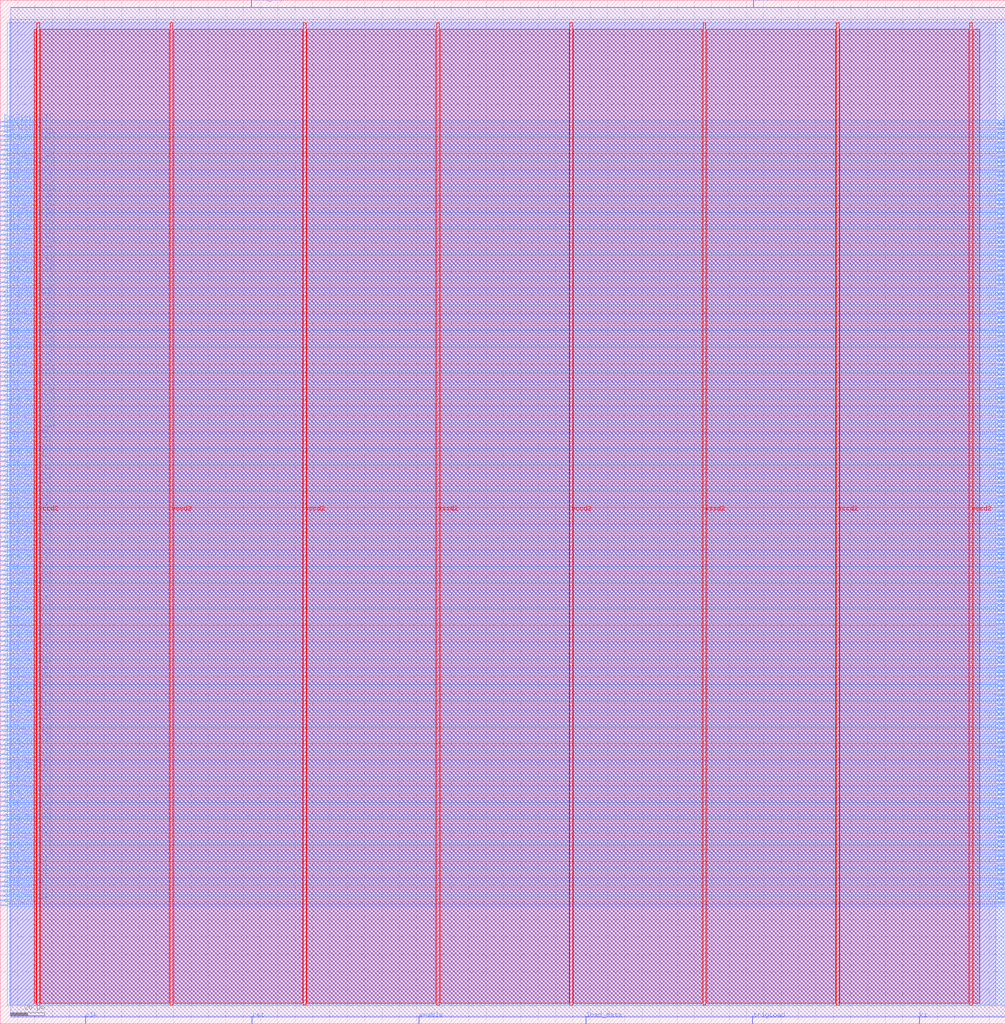
<source format=lef>
VERSION 5.7 ;
  NOWIREEXTENSIONATPIN ON ;
  DIVIDERCHAR "/" ;
  BUSBITCHARS "[]" ;
MACRO sm_bec_v3
  CLASS BLOCK ;
  FOREIGN sm_bec_v3 ;
  ORIGIN 0.000 0.000 ;
  SIZE 579.150 BY 589.870 ;
  PIN becStatus[0]
    DIRECTION OUTPUT TRISTATE ;
    USE SIGNAL ;
    ANTENNADIFFAREA 2.673000 ;
    PORT
      LAYER met3 ;
        RECT 0.000 511.400 4.000 512.000 ;
    END
  END becStatus[0]
  PIN becStatus[1]
    DIRECTION OUTPUT TRISTATE ;
    USE SIGNAL ;
    ANTENNADIFFAREA 2.673000 ;
    PORT
      LAYER met3 ;
        RECT 0.000 514.120 4.000 514.720 ;
    END
  END becStatus[1]
  PIN becStatus[2]
    DIRECTION OUTPUT TRISTATE ;
    USE SIGNAL ;
    ANTENNADIFFAREA 2.673000 ;
    PORT
      LAYER met3 ;
        RECT 0.000 516.840 4.000 517.440 ;
    END
  END becStatus[2]
  PIN becStatus[3]
    DIRECTION OUTPUT TRISTATE ;
    USE SIGNAL ;
    ANTENNADIFFAREA 2.673000 ;
    PORT
      LAYER met3 ;
        RECT 0.000 519.560 4.000 520.160 ;
    END
  END becStatus[3]
  PIN clk
    DIRECTION INPUT ;
    USE SIGNAL ;
    ANTENNAGATEAREA 0.852000 ;
    ANTENNADIFFAREA 0.434700 ;
    PORT
      LAYER met2 ;
        RECT 48.850 0.000 49.130 4.000 ;
    END
  END clk
  PIN data_in[0]
    DIRECTION INPUT ;
    USE SIGNAL ;
    ANTENNAGATEAREA 0.126000 ;
    ANTENNADIFFAREA 0.434700 ;
    PORT
      LAYER met3 ;
        RECT 575.150 69.400 579.150 70.000 ;
    END
  END data_in[0]
  PIN data_in[100]
    DIRECTION INPUT ;
    USE SIGNAL ;
    ANTENNAGATEAREA 0.126000 ;
    ANTENNADIFFAREA 0.434700 ;
    PORT
      LAYER met3 ;
        RECT 575.150 341.400 579.150 342.000 ;
    END
  END data_in[100]
  PIN data_in[101]
    DIRECTION INPUT ;
    USE SIGNAL ;
    ANTENNAGATEAREA 0.126000 ;
    ANTENNADIFFAREA 0.434700 ;
    PORT
      LAYER met3 ;
        RECT 575.150 344.120 579.150 344.720 ;
    END
  END data_in[101]
  PIN data_in[102]
    DIRECTION INPUT ;
    USE SIGNAL ;
    ANTENNAGATEAREA 0.126000 ;
    ANTENNADIFFAREA 0.434700 ;
    PORT
      LAYER met3 ;
        RECT 575.150 346.840 579.150 347.440 ;
    END
  END data_in[102]
  PIN data_in[103]
    DIRECTION INPUT ;
    USE SIGNAL ;
    ANTENNAGATEAREA 0.126000 ;
    ANTENNADIFFAREA 0.434700 ;
    PORT
      LAYER met3 ;
        RECT 575.150 349.560 579.150 350.160 ;
    END
  END data_in[103]
  PIN data_in[104]
    DIRECTION INPUT ;
    USE SIGNAL ;
    ANTENNAGATEAREA 0.126000 ;
    ANTENNADIFFAREA 0.434700 ;
    PORT
      LAYER met3 ;
        RECT 575.150 352.280 579.150 352.880 ;
    END
  END data_in[104]
  PIN data_in[105]
    DIRECTION INPUT ;
    USE SIGNAL ;
    ANTENNAGATEAREA 0.126000 ;
    ANTENNADIFFAREA 0.434700 ;
    PORT
      LAYER met3 ;
        RECT 575.150 355.000 579.150 355.600 ;
    END
  END data_in[105]
  PIN data_in[106]
    DIRECTION INPUT ;
    USE SIGNAL ;
    ANTENNAGATEAREA 0.126000 ;
    ANTENNADIFFAREA 0.434700 ;
    PORT
      LAYER met3 ;
        RECT 575.150 357.720 579.150 358.320 ;
    END
  END data_in[106]
  PIN data_in[107]
    DIRECTION INPUT ;
    USE SIGNAL ;
    ANTENNAGATEAREA 0.126000 ;
    ANTENNADIFFAREA 0.434700 ;
    PORT
      LAYER met3 ;
        RECT 575.150 360.440 579.150 361.040 ;
    END
  END data_in[107]
  PIN data_in[108]
    DIRECTION INPUT ;
    USE SIGNAL ;
    ANTENNAGATEAREA 0.126000 ;
    ANTENNADIFFAREA 0.434700 ;
    PORT
      LAYER met3 ;
        RECT 575.150 363.160 579.150 363.760 ;
    END
  END data_in[108]
  PIN data_in[109]
    DIRECTION INPUT ;
    USE SIGNAL ;
    ANTENNAGATEAREA 0.126000 ;
    ANTENNADIFFAREA 0.434700 ;
    PORT
      LAYER met3 ;
        RECT 575.150 365.880 579.150 366.480 ;
    END
  END data_in[109]
  PIN data_in[10]
    DIRECTION INPUT ;
    USE SIGNAL ;
    ANTENNAGATEAREA 0.126000 ;
    ANTENNADIFFAREA 0.434700 ;
    PORT
      LAYER met3 ;
        RECT 575.150 96.600 579.150 97.200 ;
    END
  END data_in[10]
  PIN data_in[110]
    DIRECTION INPUT ;
    USE SIGNAL ;
    ANTENNAGATEAREA 0.126000 ;
    ANTENNADIFFAREA 0.434700 ;
    PORT
      LAYER met3 ;
        RECT 575.150 368.600 579.150 369.200 ;
    END
  END data_in[110]
  PIN data_in[111]
    DIRECTION INPUT ;
    USE SIGNAL ;
    ANTENNAGATEAREA 0.126000 ;
    ANTENNADIFFAREA 0.434700 ;
    PORT
      LAYER met3 ;
        RECT 575.150 371.320 579.150 371.920 ;
    END
  END data_in[111]
  PIN data_in[112]
    DIRECTION INPUT ;
    USE SIGNAL ;
    ANTENNAGATEAREA 0.126000 ;
    ANTENNADIFFAREA 0.434700 ;
    PORT
      LAYER met3 ;
        RECT 575.150 374.040 579.150 374.640 ;
    END
  END data_in[112]
  PIN data_in[113]
    DIRECTION INPUT ;
    USE SIGNAL ;
    ANTENNAGATEAREA 0.126000 ;
    ANTENNADIFFAREA 0.434700 ;
    PORT
      LAYER met3 ;
        RECT 575.150 376.760 579.150 377.360 ;
    END
  END data_in[113]
  PIN data_in[114]
    DIRECTION INPUT ;
    USE SIGNAL ;
    ANTENNAGATEAREA 0.126000 ;
    ANTENNADIFFAREA 0.434700 ;
    PORT
      LAYER met3 ;
        RECT 575.150 379.480 579.150 380.080 ;
    END
  END data_in[114]
  PIN data_in[115]
    DIRECTION INPUT ;
    USE SIGNAL ;
    ANTENNAGATEAREA 0.126000 ;
    ANTENNADIFFAREA 0.434700 ;
    PORT
      LAYER met3 ;
        RECT 575.150 382.200 579.150 382.800 ;
    END
  END data_in[115]
  PIN data_in[116]
    DIRECTION INPUT ;
    USE SIGNAL ;
    ANTENNAGATEAREA 0.126000 ;
    ANTENNADIFFAREA 0.434700 ;
    PORT
      LAYER met3 ;
        RECT 575.150 384.920 579.150 385.520 ;
    END
  END data_in[116]
  PIN data_in[117]
    DIRECTION INPUT ;
    USE SIGNAL ;
    ANTENNAGATEAREA 0.126000 ;
    ANTENNADIFFAREA 0.434700 ;
    PORT
      LAYER met3 ;
        RECT 575.150 387.640 579.150 388.240 ;
    END
  END data_in[117]
  PIN data_in[118]
    DIRECTION INPUT ;
    USE SIGNAL ;
    ANTENNAGATEAREA 0.126000 ;
    ANTENNADIFFAREA 0.434700 ;
    PORT
      LAYER met3 ;
        RECT 575.150 390.360 579.150 390.960 ;
    END
  END data_in[118]
  PIN data_in[119]
    DIRECTION INPUT ;
    USE SIGNAL ;
    ANTENNAGATEAREA 0.126000 ;
    ANTENNADIFFAREA 0.434700 ;
    PORT
      LAYER met3 ;
        RECT 575.150 393.080 579.150 393.680 ;
    END
  END data_in[119]
  PIN data_in[11]
    DIRECTION INPUT ;
    USE SIGNAL ;
    ANTENNAGATEAREA 0.126000 ;
    ANTENNADIFFAREA 0.434700 ;
    PORT
      LAYER met3 ;
        RECT 575.150 99.320 579.150 99.920 ;
    END
  END data_in[11]
  PIN data_in[120]
    DIRECTION INPUT ;
    USE SIGNAL ;
    ANTENNAGATEAREA 0.126000 ;
    ANTENNADIFFAREA 0.434700 ;
    PORT
      LAYER met3 ;
        RECT 575.150 395.800 579.150 396.400 ;
    END
  END data_in[120]
  PIN data_in[121]
    DIRECTION INPUT ;
    USE SIGNAL ;
    ANTENNAGATEAREA 0.126000 ;
    ANTENNADIFFAREA 0.434700 ;
    PORT
      LAYER met3 ;
        RECT 575.150 398.520 579.150 399.120 ;
    END
  END data_in[121]
  PIN data_in[122]
    DIRECTION INPUT ;
    USE SIGNAL ;
    ANTENNAGATEAREA 0.126000 ;
    ANTENNADIFFAREA 0.434700 ;
    PORT
      LAYER met3 ;
        RECT 575.150 401.240 579.150 401.840 ;
    END
  END data_in[122]
  PIN data_in[123]
    DIRECTION INPUT ;
    USE SIGNAL ;
    ANTENNAGATEAREA 0.126000 ;
    ANTENNADIFFAREA 0.434700 ;
    PORT
      LAYER met3 ;
        RECT 575.150 403.960 579.150 404.560 ;
    END
  END data_in[123]
  PIN data_in[124]
    DIRECTION INPUT ;
    USE SIGNAL ;
    ANTENNAGATEAREA 0.126000 ;
    ANTENNADIFFAREA 0.434700 ;
    PORT
      LAYER met3 ;
        RECT 575.150 406.680 579.150 407.280 ;
    END
  END data_in[124]
  PIN data_in[125]
    DIRECTION INPUT ;
    USE SIGNAL ;
    ANTENNAGATEAREA 0.126000 ;
    ANTENNADIFFAREA 0.434700 ;
    PORT
      LAYER met3 ;
        RECT 575.150 409.400 579.150 410.000 ;
    END
  END data_in[125]
  PIN data_in[126]
    DIRECTION INPUT ;
    USE SIGNAL ;
    ANTENNAGATEAREA 0.126000 ;
    ANTENNADIFFAREA 0.434700 ;
    PORT
      LAYER met3 ;
        RECT 575.150 412.120 579.150 412.720 ;
    END
  END data_in[126]
  PIN data_in[127]
    DIRECTION INPUT ;
    USE SIGNAL ;
    ANTENNAGATEAREA 0.126000 ;
    ANTENNADIFFAREA 0.434700 ;
    PORT
      LAYER met3 ;
        RECT 575.150 414.840 579.150 415.440 ;
    END
  END data_in[127]
  PIN data_in[128]
    DIRECTION INPUT ;
    USE SIGNAL ;
    ANTENNAGATEAREA 0.126000 ;
    ANTENNADIFFAREA 0.434700 ;
    PORT
      LAYER met3 ;
        RECT 575.150 417.560 579.150 418.160 ;
    END
  END data_in[128]
  PIN data_in[129]
    DIRECTION INPUT ;
    USE SIGNAL ;
    ANTENNAGATEAREA 0.126000 ;
    ANTENNADIFFAREA 0.434700 ;
    PORT
      LAYER met3 ;
        RECT 575.150 420.280 579.150 420.880 ;
    END
  END data_in[129]
  PIN data_in[12]
    DIRECTION INPUT ;
    USE SIGNAL ;
    ANTENNAGATEAREA 0.126000 ;
    ANTENNADIFFAREA 0.434700 ;
    PORT
      LAYER met3 ;
        RECT 575.150 102.040 579.150 102.640 ;
    END
  END data_in[12]
  PIN data_in[130]
    DIRECTION INPUT ;
    USE SIGNAL ;
    ANTENNAGATEAREA 0.126000 ;
    ANTENNADIFFAREA 0.434700 ;
    PORT
      LAYER met3 ;
        RECT 575.150 423.000 579.150 423.600 ;
    END
  END data_in[130]
  PIN data_in[131]
    DIRECTION INPUT ;
    USE SIGNAL ;
    ANTENNAGATEAREA 0.126000 ;
    ANTENNADIFFAREA 0.434700 ;
    PORT
      LAYER met3 ;
        RECT 575.150 425.720 579.150 426.320 ;
    END
  END data_in[131]
  PIN data_in[132]
    DIRECTION INPUT ;
    USE SIGNAL ;
    ANTENNAGATEAREA 0.126000 ;
    ANTENNADIFFAREA 0.434700 ;
    PORT
      LAYER met3 ;
        RECT 575.150 428.440 579.150 429.040 ;
    END
  END data_in[132]
  PIN data_in[133]
    DIRECTION INPUT ;
    USE SIGNAL ;
    ANTENNAGATEAREA 0.126000 ;
    ANTENNADIFFAREA 0.434700 ;
    PORT
      LAYER met3 ;
        RECT 575.150 431.160 579.150 431.760 ;
    END
  END data_in[133]
  PIN data_in[134]
    DIRECTION INPUT ;
    USE SIGNAL ;
    ANTENNAGATEAREA 0.126000 ;
    ANTENNADIFFAREA 0.434700 ;
    PORT
      LAYER met3 ;
        RECT 575.150 433.880 579.150 434.480 ;
    END
  END data_in[134]
  PIN data_in[135]
    DIRECTION INPUT ;
    USE SIGNAL ;
    ANTENNAGATEAREA 0.126000 ;
    ANTENNADIFFAREA 0.434700 ;
    PORT
      LAYER met3 ;
        RECT 575.150 436.600 579.150 437.200 ;
    END
  END data_in[135]
  PIN data_in[136]
    DIRECTION INPUT ;
    USE SIGNAL ;
    ANTENNAGATEAREA 0.126000 ;
    ANTENNADIFFAREA 0.434700 ;
    PORT
      LAYER met3 ;
        RECT 575.150 439.320 579.150 439.920 ;
    END
  END data_in[136]
  PIN data_in[137]
    DIRECTION INPUT ;
    USE SIGNAL ;
    ANTENNAGATEAREA 0.126000 ;
    ANTENNADIFFAREA 0.434700 ;
    PORT
      LAYER met3 ;
        RECT 575.150 442.040 579.150 442.640 ;
    END
  END data_in[137]
  PIN data_in[138]
    DIRECTION INPUT ;
    USE SIGNAL ;
    ANTENNAGATEAREA 0.126000 ;
    ANTENNADIFFAREA 0.434700 ;
    PORT
      LAYER met3 ;
        RECT 575.150 444.760 579.150 445.360 ;
    END
  END data_in[138]
  PIN data_in[139]
    DIRECTION INPUT ;
    USE SIGNAL ;
    ANTENNAGATEAREA 0.126000 ;
    ANTENNADIFFAREA 0.434700 ;
    PORT
      LAYER met3 ;
        RECT 575.150 447.480 579.150 448.080 ;
    END
  END data_in[139]
  PIN data_in[13]
    DIRECTION INPUT ;
    USE SIGNAL ;
    ANTENNAGATEAREA 0.126000 ;
    ANTENNADIFFAREA 0.434700 ;
    PORT
      LAYER met3 ;
        RECT 575.150 104.760 579.150 105.360 ;
    END
  END data_in[13]
  PIN data_in[140]
    DIRECTION INPUT ;
    USE SIGNAL ;
    ANTENNAGATEAREA 0.126000 ;
    ANTENNADIFFAREA 0.434700 ;
    PORT
      LAYER met3 ;
        RECT 575.150 450.200 579.150 450.800 ;
    END
  END data_in[140]
  PIN data_in[141]
    DIRECTION INPUT ;
    USE SIGNAL ;
    ANTENNAGATEAREA 0.126000 ;
    ANTENNADIFFAREA 0.434700 ;
    PORT
      LAYER met3 ;
        RECT 575.150 452.920 579.150 453.520 ;
    END
  END data_in[141]
  PIN data_in[142]
    DIRECTION INPUT ;
    USE SIGNAL ;
    ANTENNAGATEAREA 0.126000 ;
    ANTENNADIFFAREA 0.434700 ;
    PORT
      LAYER met3 ;
        RECT 575.150 455.640 579.150 456.240 ;
    END
  END data_in[142]
  PIN data_in[143]
    DIRECTION INPUT ;
    USE SIGNAL ;
    ANTENNAGATEAREA 0.126000 ;
    ANTENNADIFFAREA 0.434700 ;
    PORT
      LAYER met3 ;
        RECT 575.150 458.360 579.150 458.960 ;
    END
  END data_in[143]
  PIN data_in[144]
    DIRECTION INPUT ;
    USE SIGNAL ;
    ANTENNAGATEAREA 0.126000 ;
    ANTENNADIFFAREA 0.434700 ;
    PORT
      LAYER met3 ;
        RECT 575.150 461.080 579.150 461.680 ;
    END
  END data_in[144]
  PIN data_in[145]
    DIRECTION INPUT ;
    USE SIGNAL ;
    ANTENNAGATEAREA 0.126000 ;
    ANTENNADIFFAREA 0.434700 ;
    PORT
      LAYER met3 ;
        RECT 575.150 463.800 579.150 464.400 ;
    END
  END data_in[145]
  PIN data_in[146]
    DIRECTION INPUT ;
    USE SIGNAL ;
    ANTENNAGATEAREA 0.126000 ;
    ANTENNADIFFAREA 0.434700 ;
    PORT
      LAYER met3 ;
        RECT 575.150 466.520 579.150 467.120 ;
    END
  END data_in[146]
  PIN data_in[147]
    DIRECTION INPUT ;
    USE SIGNAL ;
    ANTENNAGATEAREA 0.126000 ;
    ANTENNADIFFAREA 0.434700 ;
    PORT
      LAYER met3 ;
        RECT 575.150 469.240 579.150 469.840 ;
    END
  END data_in[147]
  PIN data_in[148]
    DIRECTION INPUT ;
    USE SIGNAL ;
    ANTENNAGATEAREA 0.126000 ;
    ANTENNADIFFAREA 0.434700 ;
    PORT
      LAYER met3 ;
        RECT 575.150 471.960 579.150 472.560 ;
    END
  END data_in[148]
  PIN data_in[149]
    DIRECTION INPUT ;
    USE SIGNAL ;
    ANTENNAGATEAREA 0.126000 ;
    ANTENNADIFFAREA 0.434700 ;
    PORT
      LAYER met3 ;
        RECT 575.150 474.680 579.150 475.280 ;
    END
  END data_in[149]
  PIN data_in[14]
    DIRECTION INPUT ;
    USE SIGNAL ;
    ANTENNAGATEAREA 0.126000 ;
    ANTENNADIFFAREA 0.434700 ;
    PORT
      LAYER met3 ;
        RECT 575.150 107.480 579.150 108.080 ;
    END
  END data_in[14]
  PIN data_in[150]
    DIRECTION INPUT ;
    USE SIGNAL ;
    ANTENNAGATEAREA 0.126000 ;
    ANTENNADIFFAREA 0.434700 ;
    PORT
      LAYER met3 ;
        RECT 575.150 477.400 579.150 478.000 ;
    END
  END data_in[150]
  PIN data_in[151]
    DIRECTION INPUT ;
    USE SIGNAL ;
    ANTENNAGATEAREA 0.126000 ;
    ANTENNADIFFAREA 0.434700 ;
    PORT
      LAYER met3 ;
        RECT 575.150 480.120 579.150 480.720 ;
    END
  END data_in[151]
  PIN data_in[152]
    DIRECTION INPUT ;
    USE SIGNAL ;
    ANTENNAGATEAREA 0.126000 ;
    ANTENNADIFFAREA 0.434700 ;
    PORT
      LAYER met3 ;
        RECT 575.150 482.840 579.150 483.440 ;
    END
  END data_in[152]
  PIN data_in[153]
    DIRECTION INPUT ;
    USE SIGNAL ;
    ANTENNAGATEAREA 0.126000 ;
    ANTENNADIFFAREA 0.434700 ;
    PORT
      LAYER met3 ;
        RECT 575.150 485.560 579.150 486.160 ;
    END
  END data_in[153]
  PIN data_in[154]
    DIRECTION INPUT ;
    USE SIGNAL ;
    ANTENNAGATEAREA 0.126000 ;
    ANTENNADIFFAREA 0.434700 ;
    PORT
      LAYER met3 ;
        RECT 575.150 488.280 579.150 488.880 ;
    END
  END data_in[154]
  PIN data_in[155]
    DIRECTION INPUT ;
    USE SIGNAL ;
    ANTENNAGATEAREA 0.126000 ;
    ANTENNADIFFAREA 0.434700 ;
    PORT
      LAYER met3 ;
        RECT 575.150 491.000 579.150 491.600 ;
    END
  END data_in[155]
  PIN data_in[156]
    DIRECTION INPUT ;
    USE SIGNAL ;
    ANTENNAGATEAREA 0.126000 ;
    ANTENNADIFFAREA 0.434700 ;
    PORT
      LAYER met3 ;
        RECT 575.150 493.720 579.150 494.320 ;
    END
  END data_in[156]
  PIN data_in[157]
    DIRECTION INPUT ;
    USE SIGNAL ;
    ANTENNAGATEAREA 0.126000 ;
    ANTENNADIFFAREA 0.434700 ;
    PORT
      LAYER met3 ;
        RECT 575.150 496.440 579.150 497.040 ;
    END
  END data_in[157]
  PIN data_in[158]
    DIRECTION INPUT ;
    USE SIGNAL ;
    ANTENNAGATEAREA 0.126000 ;
    ANTENNADIFFAREA 0.434700 ;
    PORT
      LAYER met3 ;
        RECT 575.150 499.160 579.150 499.760 ;
    END
  END data_in[158]
  PIN data_in[159]
    DIRECTION INPUT ;
    USE SIGNAL ;
    ANTENNAGATEAREA 0.126000 ;
    ANTENNADIFFAREA 0.434700 ;
    PORT
      LAYER met3 ;
        RECT 575.150 501.880 579.150 502.480 ;
    END
  END data_in[159]
  PIN data_in[15]
    DIRECTION INPUT ;
    USE SIGNAL ;
    ANTENNAGATEAREA 0.126000 ;
    ANTENNADIFFAREA 0.434700 ;
    PORT
      LAYER met3 ;
        RECT 575.150 110.200 579.150 110.800 ;
    END
  END data_in[15]
  PIN data_in[160]
    DIRECTION INPUT ;
    USE SIGNAL ;
    ANTENNAGATEAREA 0.126000 ;
    ANTENNADIFFAREA 0.434700 ;
    PORT
      LAYER met3 ;
        RECT 575.150 504.600 579.150 505.200 ;
    END
  END data_in[160]
  PIN data_in[161]
    DIRECTION INPUT ;
    USE SIGNAL ;
    ANTENNAGATEAREA 0.126000 ;
    ANTENNADIFFAREA 0.434700 ;
    PORT
      LAYER met3 ;
        RECT 575.150 507.320 579.150 507.920 ;
    END
  END data_in[161]
  PIN data_in[162]
    DIRECTION INPUT ;
    USE SIGNAL ;
    ANTENNAGATEAREA 0.126000 ;
    ANTENNADIFFAREA 0.434700 ;
    PORT
      LAYER met3 ;
        RECT 575.150 510.040 579.150 510.640 ;
    END
  END data_in[162]
  PIN data_in[16]
    DIRECTION INPUT ;
    USE SIGNAL ;
    ANTENNAGATEAREA 0.126000 ;
    ANTENNADIFFAREA 0.434700 ;
    PORT
      LAYER met3 ;
        RECT 575.150 112.920 579.150 113.520 ;
    END
  END data_in[16]
  PIN data_in[17]
    DIRECTION INPUT ;
    USE SIGNAL ;
    ANTENNAGATEAREA 0.126000 ;
    ANTENNADIFFAREA 0.434700 ;
    PORT
      LAYER met3 ;
        RECT 575.150 115.640 579.150 116.240 ;
    END
  END data_in[17]
  PIN data_in[18]
    DIRECTION INPUT ;
    USE SIGNAL ;
    ANTENNAGATEAREA 0.126000 ;
    ANTENNADIFFAREA 0.434700 ;
    PORT
      LAYER met3 ;
        RECT 575.150 118.360 579.150 118.960 ;
    END
  END data_in[18]
  PIN data_in[19]
    DIRECTION INPUT ;
    USE SIGNAL ;
    ANTENNAGATEAREA 0.126000 ;
    ANTENNADIFFAREA 0.434700 ;
    PORT
      LAYER met3 ;
        RECT 575.150 121.080 579.150 121.680 ;
    END
  END data_in[19]
  PIN data_in[1]
    DIRECTION INPUT ;
    USE SIGNAL ;
    ANTENNAGATEAREA 0.126000 ;
    ANTENNADIFFAREA 0.434700 ;
    PORT
      LAYER met3 ;
        RECT 575.150 72.120 579.150 72.720 ;
    END
  END data_in[1]
  PIN data_in[20]
    DIRECTION INPUT ;
    USE SIGNAL ;
    ANTENNAGATEAREA 0.126000 ;
    ANTENNADIFFAREA 0.434700 ;
    PORT
      LAYER met3 ;
        RECT 575.150 123.800 579.150 124.400 ;
    END
  END data_in[20]
  PIN data_in[21]
    DIRECTION INPUT ;
    USE SIGNAL ;
    ANTENNAGATEAREA 0.126000 ;
    ANTENNADIFFAREA 0.434700 ;
    PORT
      LAYER met3 ;
        RECT 575.150 126.520 579.150 127.120 ;
    END
  END data_in[21]
  PIN data_in[22]
    DIRECTION INPUT ;
    USE SIGNAL ;
    ANTENNAGATEAREA 0.126000 ;
    ANTENNADIFFAREA 0.434700 ;
    PORT
      LAYER met3 ;
        RECT 575.150 129.240 579.150 129.840 ;
    END
  END data_in[22]
  PIN data_in[23]
    DIRECTION INPUT ;
    USE SIGNAL ;
    ANTENNAGATEAREA 0.126000 ;
    ANTENNADIFFAREA 0.434700 ;
    PORT
      LAYER met3 ;
        RECT 575.150 131.960 579.150 132.560 ;
    END
  END data_in[23]
  PIN data_in[24]
    DIRECTION INPUT ;
    USE SIGNAL ;
    ANTENNAGATEAREA 0.126000 ;
    ANTENNADIFFAREA 0.434700 ;
    PORT
      LAYER met3 ;
        RECT 575.150 134.680 579.150 135.280 ;
    END
  END data_in[24]
  PIN data_in[25]
    DIRECTION INPUT ;
    USE SIGNAL ;
    ANTENNAGATEAREA 0.126000 ;
    ANTENNADIFFAREA 0.434700 ;
    PORT
      LAYER met3 ;
        RECT 575.150 137.400 579.150 138.000 ;
    END
  END data_in[25]
  PIN data_in[26]
    DIRECTION INPUT ;
    USE SIGNAL ;
    ANTENNAGATEAREA 0.126000 ;
    ANTENNADIFFAREA 0.434700 ;
    PORT
      LAYER met3 ;
        RECT 575.150 140.120 579.150 140.720 ;
    END
  END data_in[26]
  PIN data_in[27]
    DIRECTION INPUT ;
    USE SIGNAL ;
    ANTENNAGATEAREA 0.126000 ;
    ANTENNADIFFAREA 0.434700 ;
    PORT
      LAYER met3 ;
        RECT 575.150 142.840 579.150 143.440 ;
    END
  END data_in[27]
  PIN data_in[28]
    DIRECTION INPUT ;
    USE SIGNAL ;
    ANTENNAGATEAREA 0.126000 ;
    ANTENNADIFFAREA 0.434700 ;
    PORT
      LAYER met3 ;
        RECT 575.150 145.560 579.150 146.160 ;
    END
  END data_in[28]
  PIN data_in[29]
    DIRECTION INPUT ;
    USE SIGNAL ;
    ANTENNAGATEAREA 0.126000 ;
    ANTENNADIFFAREA 0.434700 ;
    PORT
      LAYER met3 ;
        RECT 575.150 148.280 579.150 148.880 ;
    END
  END data_in[29]
  PIN data_in[2]
    DIRECTION INPUT ;
    USE SIGNAL ;
    ANTENNAGATEAREA 0.126000 ;
    ANTENNADIFFAREA 0.434700 ;
    PORT
      LAYER met3 ;
        RECT 575.150 74.840 579.150 75.440 ;
    END
  END data_in[2]
  PIN data_in[30]
    DIRECTION INPUT ;
    USE SIGNAL ;
    ANTENNAGATEAREA 0.126000 ;
    ANTENNADIFFAREA 0.434700 ;
    PORT
      LAYER met3 ;
        RECT 575.150 151.000 579.150 151.600 ;
    END
  END data_in[30]
  PIN data_in[31]
    DIRECTION INPUT ;
    USE SIGNAL ;
    ANTENNAGATEAREA 0.126000 ;
    ANTENNADIFFAREA 0.434700 ;
    PORT
      LAYER met3 ;
        RECT 575.150 153.720 579.150 154.320 ;
    END
  END data_in[31]
  PIN data_in[32]
    DIRECTION INPUT ;
    USE SIGNAL ;
    ANTENNAGATEAREA 0.126000 ;
    ANTENNADIFFAREA 0.434700 ;
    PORT
      LAYER met3 ;
        RECT 575.150 156.440 579.150 157.040 ;
    END
  END data_in[32]
  PIN data_in[33]
    DIRECTION INPUT ;
    USE SIGNAL ;
    ANTENNAGATEAREA 0.126000 ;
    ANTENNADIFFAREA 0.869400 ;
    PORT
      LAYER met3 ;
        RECT 575.150 159.160 579.150 159.760 ;
    END
  END data_in[33]
  PIN data_in[34]
    DIRECTION INPUT ;
    USE SIGNAL ;
    ANTENNAGATEAREA 0.126000 ;
    ANTENNADIFFAREA 0.434700 ;
    PORT
      LAYER met3 ;
        RECT 575.150 161.880 579.150 162.480 ;
    END
  END data_in[34]
  PIN data_in[35]
    DIRECTION INPUT ;
    USE SIGNAL ;
    ANTENNAGATEAREA 0.126000 ;
    ANTENNADIFFAREA 0.434700 ;
    PORT
      LAYER met3 ;
        RECT 575.150 164.600 579.150 165.200 ;
    END
  END data_in[35]
  PIN data_in[36]
    DIRECTION INPUT ;
    USE SIGNAL ;
    ANTENNAGATEAREA 0.126000 ;
    ANTENNADIFFAREA 0.434700 ;
    PORT
      LAYER met3 ;
        RECT 575.150 167.320 579.150 167.920 ;
    END
  END data_in[36]
  PIN data_in[37]
    DIRECTION INPUT ;
    USE SIGNAL ;
    ANTENNAGATEAREA 0.126000 ;
    ANTENNADIFFAREA 0.434700 ;
    PORT
      LAYER met3 ;
        RECT 575.150 170.040 579.150 170.640 ;
    END
  END data_in[37]
  PIN data_in[38]
    DIRECTION INPUT ;
    USE SIGNAL ;
    ANTENNAGATEAREA 0.126000 ;
    ANTENNADIFFAREA 0.434700 ;
    PORT
      LAYER met3 ;
        RECT 575.150 172.760 579.150 173.360 ;
    END
  END data_in[38]
  PIN data_in[39]
    DIRECTION INPUT ;
    USE SIGNAL ;
    ANTENNAGATEAREA 0.126000 ;
    ANTENNADIFFAREA 0.434700 ;
    PORT
      LAYER met3 ;
        RECT 575.150 175.480 579.150 176.080 ;
    END
  END data_in[39]
  PIN data_in[3]
    DIRECTION INPUT ;
    USE SIGNAL ;
    ANTENNAGATEAREA 0.126000 ;
    ANTENNADIFFAREA 0.434700 ;
    PORT
      LAYER met3 ;
        RECT 575.150 77.560 579.150 78.160 ;
    END
  END data_in[3]
  PIN data_in[40]
    DIRECTION INPUT ;
    USE SIGNAL ;
    ANTENNAGATEAREA 0.126000 ;
    ANTENNADIFFAREA 0.434700 ;
    PORT
      LAYER met3 ;
        RECT 575.150 178.200 579.150 178.800 ;
    END
  END data_in[40]
  PIN data_in[41]
    DIRECTION INPUT ;
    USE SIGNAL ;
    ANTENNAGATEAREA 0.126000 ;
    ANTENNADIFFAREA 0.434700 ;
    PORT
      LAYER met3 ;
        RECT 575.150 180.920 579.150 181.520 ;
    END
  END data_in[41]
  PIN data_in[42]
    DIRECTION INPUT ;
    USE SIGNAL ;
    ANTENNAGATEAREA 0.126000 ;
    ANTENNADIFFAREA 0.434700 ;
    PORT
      LAYER met3 ;
        RECT 575.150 183.640 579.150 184.240 ;
    END
  END data_in[42]
  PIN data_in[43]
    DIRECTION INPUT ;
    USE SIGNAL ;
    ANTENNAGATEAREA 0.126000 ;
    ANTENNADIFFAREA 0.434700 ;
    PORT
      LAYER met3 ;
        RECT 575.150 186.360 579.150 186.960 ;
    END
  END data_in[43]
  PIN data_in[44]
    DIRECTION INPUT ;
    USE SIGNAL ;
    ANTENNAGATEAREA 0.126000 ;
    ANTENNADIFFAREA 0.434700 ;
    PORT
      LAYER met3 ;
        RECT 575.150 189.080 579.150 189.680 ;
    END
  END data_in[44]
  PIN data_in[45]
    DIRECTION INPUT ;
    USE SIGNAL ;
    ANTENNAGATEAREA 0.126000 ;
    ANTENNADIFFAREA 0.434700 ;
    PORT
      LAYER met3 ;
        RECT 575.150 191.800 579.150 192.400 ;
    END
  END data_in[45]
  PIN data_in[46]
    DIRECTION INPUT ;
    USE SIGNAL ;
    ANTENNAGATEAREA 0.126000 ;
    ANTENNADIFFAREA 0.434700 ;
    PORT
      LAYER met3 ;
        RECT 575.150 194.520 579.150 195.120 ;
    END
  END data_in[46]
  PIN data_in[47]
    DIRECTION INPUT ;
    USE SIGNAL ;
    ANTENNAGATEAREA 0.126000 ;
    ANTENNADIFFAREA 0.434700 ;
    PORT
      LAYER met3 ;
        RECT 575.150 197.240 579.150 197.840 ;
    END
  END data_in[47]
  PIN data_in[48]
    DIRECTION INPUT ;
    USE SIGNAL ;
    ANTENNAGATEAREA 0.126000 ;
    ANTENNADIFFAREA 0.434700 ;
    PORT
      LAYER met3 ;
        RECT 575.150 199.960 579.150 200.560 ;
    END
  END data_in[48]
  PIN data_in[49]
    DIRECTION INPUT ;
    USE SIGNAL ;
    ANTENNAGATEAREA 0.126000 ;
    ANTENNADIFFAREA 0.434700 ;
    PORT
      LAYER met3 ;
        RECT 575.150 202.680 579.150 203.280 ;
    END
  END data_in[49]
  PIN data_in[4]
    DIRECTION INPUT ;
    USE SIGNAL ;
    ANTENNAGATEAREA 0.126000 ;
    ANTENNADIFFAREA 0.434700 ;
    PORT
      LAYER met3 ;
        RECT 575.150 80.280 579.150 80.880 ;
    END
  END data_in[4]
  PIN data_in[50]
    DIRECTION INPUT ;
    USE SIGNAL ;
    ANTENNAGATEAREA 0.126000 ;
    ANTENNADIFFAREA 0.434700 ;
    PORT
      LAYER met3 ;
        RECT 575.150 205.400 579.150 206.000 ;
    END
  END data_in[50]
  PIN data_in[51]
    DIRECTION INPUT ;
    USE SIGNAL ;
    ANTENNAGATEAREA 0.126000 ;
    ANTENNADIFFAREA 0.434700 ;
    PORT
      LAYER met3 ;
        RECT 575.150 208.120 579.150 208.720 ;
    END
  END data_in[51]
  PIN data_in[52]
    DIRECTION INPUT ;
    USE SIGNAL ;
    ANTENNAGATEAREA 0.126000 ;
    ANTENNADIFFAREA 0.434700 ;
    PORT
      LAYER met3 ;
        RECT 575.150 210.840 579.150 211.440 ;
    END
  END data_in[52]
  PIN data_in[53]
    DIRECTION INPUT ;
    USE SIGNAL ;
    ANTENNAGATEAREA 0.126000 ;
    ANTENNADIFFAREA 0.434700 ;
    PORT
      LAYER met3 ;
        RECT 575.150 213.560 579.150 214.160 ;
    END
  END data_in[53]
  PIN data_in[54]
    DIRECTION INPUT ;
    USE SIGNAL ;
    ANTENNAGATEAREA 0.126000 ;
    ANTENNADIFFAREA 0.434700 ;
    PORT
      LAYER met3 ;
        RECT 575.150 216.280 579.150 216.880 ;
    END
  END data_in[54]
  PIN data_in[55]
    DIRECTION INPUT ;
    USE SIGNAL ;
    ANTENNAGATEAREA 0.126000 ;
    ANTENNADIFFAREA 0.434700 ;
    PORT
      LAYER met3 ;
        RECT 575.150 219.000 579.150 219.600 ;
    END
  END data_in[55]
  PIN data_in[56]
    DIRECTION INPUT ;
    USE SIGNAL ;
    ANTENNAGATEAREA 0.126000 ;
    ANTENNADIFFAREA 0.434700 ;
    PORT
      LAYER met3 ;
        RECT 575.150 221.720 579.150 222.320 ;
    END
  END data_in[56]
  PIN data_in[57]
    DIRECTION INPUT ;
    USE SIGNAL ;
    ANTENNAGATEAREA 0.126000 ;
    ANTENNADIFFAREA 0.434700 ;
    PORT
      LAYER met3 ;
        RECT 575.150 224.440 579.150 225.040 ;
    END
  END data_in[57]
  PIN data_in[58]
    DIRECTION INPUT ;
    USE SIGNAL ;
    ANTENNAGATEAREA 0.126000 ;
    ANTENNADIFFAREA 0.434700 ;
    PORT
      LAYER met3 ;
        RECT 575.150 227.160 579.150 227.760 ;
    END
  END data_in[58]
  PIN data_in[59]
    DIRECTION INPUT ;
    USE SIGNAL ;
    ANTENNAGATEAREA 0.126000 ;
    ANTENNADIFFAREA 0.434700 ;
    PORT
      LAYER met3 ;
        RECT 575.150 229.880 579.150 230.480 ;
    END
  END data_in[59]
  PIN data_in[5]
    DIRECTION INPUT ;
    USE SIGNAL ;
    ANTENNAGATEAREA 0.126000 ;
    ANTENNADIFFAREA 0.434700 ;
    PORT
      LAYER met3 ;
        RECT 575.150 83.000 579.150 83.600 ;
    END
  END data_in[5]
  PIN data_in[60]
    DIRECTION INPUT ;
    USE SIGNAL ;
    ANTENNAGATEAREA 0.126000 ;
    ANTENNADIFFAREA 0.434700 ;
    PORT
      LAYER met3 ;
        RECT 575.150 232.600 579.150 233.200 ;
    END
  END data_in[60]
  PIN data_in[61]
    DIRECTION INPUT ;
    USE SIGNAL ;
    ANTENNAGATEAREA 0.126000 ;
    ANTENNADIFFAREA 0.434700 ;
    PORT
      LAYER met3 ;
        RECT 575.150 235.320 579.150 235.920 ;
    END
  END data_in[61]
  PIN data_in[62]
    DIRECTION INPUT ;
    USE SIGNAL ;
    ANTENNAGATEAREA 0.126000 ;
    ANTENNADIFFAREA 0.434700 ;
    PORT
      LAYER met3 ;
        RECT 575.150 238.040 579.150 238.640 ;
    END
  END data_in[62]
  PIN data_in[63]
    DIRECTION INPUT ;
    USE SIGNAL ;
    ANTENNAGATEAREA 0.126000 ;
    ANTENNADIFFAREA 0.434700 ;
    PORT
      LAYER met3 ;
        RECT 575.150 240.760 579.150 241.360 ;
    END
  END data_in[63]
  PIN data_in[64]
    DIRECTION INPUT ;
    USE SIGNAL ;
    ANTENNAGATEAREA 0.126000 ;
    ANTENNADIFFAREA 0.434700 ;
    PORT
      LAYER met3 ;
        RECT 575.150 243.480 579.150 244.080 ;
    END
  END data_in[64]
  PIN data_in[65]
    DIRECTION INPUT ;
    USE SIGNAL ;
    ANTENNAGATEAREA 0.126000 ;
    ANTENNADIFFAREA 0.434700 ;
    PORT
      LAYER met3 ;
        RECT 575.150 246.200 579.150 246.800 ;
    END
  END data_in[65]
  PIN data_in[66]
    DIRECTION INPUT ;
    USE SIGNAL ;
    ANTENNAGATEAREA 0.126000 ;
    ANTENNADIFFAREA 0.434700 ;
    PORT
      LAYER met3 ;
        RECT 575.150 248.920 579.150 249.520 ;
    END
  END data_in[66]
  PIN data_in[67]
    DIRECTION INPUT ;
    USE SIGNAL ;
    ANTENNAGATEAREA 0.126000 ;
    ANTENNADIFFAREA 0.434700 ;
    PORT
      LAYER met3 ;
        RECT 575.150 251.640 579.150 252.240 ;
    END
  END data_in[67]
  PIN data_in[68]
    DIRECTION INPUT ;
    USE SIGNAL ;
    ANTENNAGATEAREA 0.126000 ;
    ANTENNADIFFAREA 0.434700 ;
    PORT
      LAYER met3 ;
        RECT 575.150 254.360 579.150 254.960 ;
    END
  END data_in[68]
  PIN data_in[69]
    DIRECTION INPUT ;
    USE SIGNAL ;
    ANTENNAGATEAREA 0.126000 ;
    ANTENNADIFFAREA 0.434700 ;
    PORT
      LAYER met3 ;
        RECT 575.150 257.080 579.150 257.680 ;
    END
  END data_in[69]
  PIN data_in[6]
    DIRECTION INPUT ;
    USE SIGNAL ;
    ANTENNAGATEAREA 0.126000 ;
    ANTENNADIFFAREA 0.434700 ;
    PORT
      LAYER met3 ;
        RECT 575.150 85.720 579.150 86.320 ;
    END
  END data_in[6]
  PIN data_in[70]
    DIRECTION INPUT ;
    USE SIGNAL ;
    ANTENNAGATEAREA 0.126000 ;
    ANTENNADIFFAREA 0.434700 ;
    PORT
      LAYER met3 ;
        RECT 575.150 259.800 579.150 260.400 ;
    END
  END data_in[70]
  PIN data_in[71]
    DIRECTION INPUT ;
    USE SIGNAL ;
    ANTENNAGATEAREA 0.126000 ;
    ANTENNADIFFAREA 0.434700 ;
    PORT
      LAYER met3 ;
        RECT 575.150 262.520 579.150 263.120 ;
    END
  END data_in[71]
  PIN data_in[72]
    DIRECTION INPUT ;
    USE SIGNAL ;
    ANTENNAGATEAREA 0.126000 ;
    ANTENNADIFFAREA 0.434700 ;
    PORT
      LAYER met3 ;
        RECT 575.150 265.240 579.150 265.840 ;
    END
  END data_in[72]
  PIN data_in[73]
    DIRECTION INPUT ;
    USE SIGNAL ;
    ANTENNAGATEAREA 0.126000 ;
    ANTENNADIFFAREA 0.434700 ;
    PORT
      LAYER met3 ;
        RECT 575.150 267.960 579.150 268.560 ;
    END
  END data_in[73]
  PIN data_in[74]
    DIRECTION INPUT ;
    USE SIGNAL ;
    ANTENNAGATEAREA 0.126000 ;
    ANTENNADIFFAREA 0.434700 ;
    PORT
      LAYER met3 ;
        RECT 575.150 270.680 579.150 271.280 ;
    END
  END data_in[74]
  PIN data_in[75]
    DIRECTION INPUT ;
    USE SIGNAL ;
    ANTENNAGATEAREA 0.126000 ;
    ANTENNADIFFAREA 0.434700 ;
    PORT
      LAYER met3 ;
        RECT 575.150 273.400 579.150 274.000 ;
    END
  END data_in[75]
  PIN data_in[76]
    DIRECTION INPUT ;
    USE SIGNAL ;
    ANTENNAGATEAREA 0.126000 ;
    ANTENNADIFFAREA 0.434700 ;
    PORT
      LAYER met3 ;
        RECT 575.150 276.120 579.150 276.720 ;
    END
  END data_in[76]
  PIN data_in[77]
    DIRECTION INPUT ;
    USE SIGNAL ;
    ANTENNAGATEAREA 0.126000 ;
    ANTENNADIFFAREA 0.434700 ;
    PORT
      LAYER met3 ;
        RECT 575.150 278.840 579.150 279.440 ;
    END
  END data_in[77]
  PIN data_in[78]
    DIRECTION INPUT ;
    USE SIGNAL ;
    ANTENNAGATEAREA 0.126000 ;
    ANTENNADIFFAREA 0.434700 ;
    PORT
      LAYER met3 ;
        RECT 575.150 281.560 579.150 282.160 ;
    END
  END data_in[78]
  PIN data_in[79]
    DIRECTION INPUT ;
    USE SIGNAL ;
    ANTENNAGATEAREA 0.126000 ;
    ANTENNADIFFAREA 0.434700 ;
    PORT
      LAYER met3 ;
        RECT 575.150 284.280 579.150 284.880 ;
    END
  END data_in[79]
  PIN data_in[7]
    DIRECTION INPUT ;
    USE SIGNAL ;
    ANTENNAGATEAREA 0.126000 ;
    ANTENNADIFFAREA 0.434700 ;
    PORT
      LAYER met3 ;
        RECT 575.150 88.440 579.150 89.040 ;
    END
  END data_in[7]
  PIN data_in[80]
    DIRECTION INPUT ;
    USE SIGNAL ;
    ANTENNAGATEAREA 0.126000 ;
    ANTENNADIFFAREA 0.434700 ;
    PORT
      LAYER met3 ;
        RECT 575.150 287.000 579.150 287.600 ;
    END
  END data_in[80]
  PIN data_in[81]
    DIRECTION INPUT ;
    USE SIGNAL ;
    ANTENNAGATEAREA 0.126000 ;
    ANTENNADIFFAREA 0.434700 ;
    PORT
      LAYER met3 ;
        RECT 575.150 289.720 579.150 290.320 ;
    END
  END data_in[81]
  PIN data_in[82]
    DIRECTION INPUT ;
    USE SIGNAL ;
    ANTENNAGATEAREA 0.126000 ;
    ANTENNADIFFAREA 0.869400 ;
    PORT
      LAYER met3 ;
        RECT 575.150 292.440 579.150 293.040 ;
    END
  END data_in[82]
  PIN data_in[83]
    DIRECTION INPUT ;
    USE SIGNAL ;
    ANTENNAGATEAREA 0.126000 ;
    ANTENNADIFFAREA 0.434700 ;
    PORT
      LAYER met3 ;
        RECT 575.150 295.160 579.150 295.760 ;
    END
  END data_in[83]
  PIN data_in[84]
    DIRECTION INPUT ;
    USE SIGNAL ;
    ANTENNAGATEAREA 0.126000 ;
    ANTENNADIFFAREA 0.434700 ;
    PORT
      LAYER met3 ;
        RECT 575.150 297.880 579.150 298.480 ;
    END
  END data_in[84]
  PIN data_in[85]
    DIRECTION INPUT ;
    USE SIGNAL ;
    ANTENNAGATEAREA 0.126000 ;
    ANTENNADIFFAREA 0.434700 ;
    PORT
      LAYER met3 ;
        RECT 575.150 300.600 579.150 301.200 ;
    END
  END data_in[85]
  PIN data_in[86]
    DIRECTION INPUT ;
    USE SIGNAL ;
    ANTENNAGATEAREA 0.126000 ;
    ANTENNADIFFAREA 0.434700 ;
    PORT
      LAYER met3 ;
        RECT 575.150 303.320 579.150 303.920 ;
    END
  END data_in[86]
  PIN data_in[87]
    DIRECTION INPUT ;
    USE SIGNAL ;
    ANTENNAGATEAREA 0.126000 ;
    ANTENNADIFFAREA 0.434700 ;
    PORT
      LAYER met3 ;
        RECT 575.150 306.040 579.150 306.640 ;
    END
  END data_in[87]
  PIN data_in[88]
    DIRECTION INPUT ;
    USE SIGNAL ;
    ANTENNAGATEAREA 0.126000 ;
    ANTENNADIFFAREA 0.434700 ;
    PORT
      LAYER met3 ;
        RECT 575.150 308.760 579.150 309.360 ;
    END
  END data_in[88]
  PIN data_in[89]
    DIRECTION INPUT ;
    USE SIGNAL ;
    ANTENNAGATEAREA 0.126000 ;
    ANTENNADIFFAREA 0.434700 ;
    PORT
      LAYER met3 ;
        RECT 575.150 311.480 579.150 312.080 ;
    END
  END data_in[89]
  PIN data_in[8]
    DIRECTION INPUT ;
    USE SIGNAL ;
    ANTENNAGATEAREA 0.126000 ;
    ANTENNADIFFAREA 0.434700 ;
    PORT
      LAYER met3 ;
        RECT 575.150 91.160 579.150 91.760 ;
    END
  END data_in[8]
  PIN data_in[90]
    DIRECTION INPUT ;
    USE SIGNAL ;
    ANTENNAGATEAREA 0.126000 ;
    ANTENNADIFFAREA 0.434700 ;
    PORT
      LAYER met3 ;
        RECT 575.150 314.200 579.150 314.800 ;
    END
  END data_in[90]
  PIN data_in[91]
    DIRECTION INPUT ;
    USE SIGNAL ;
    ANTENNAGATEAREA 0.126000 ;
    ANTENNADIFFAREA 0.434700 ;
    PORT
      LAYER met3 ;
        RECT 575.150 316.920 579.150 317.520 ;
    END
  END data_in[91]
  PIN data_in[92]
    DIRECTION INPUT ;
    USE SIGNAL ;
    ANTENNAGATEAREA 0.126000 ;
    ANTENNADIFFAREA 0.434700 ;
    PORT
      LAYER met3 ;
        RECT 575.150 319.640 579.150 320.240 ;
    END
  END data_in[92]
  PIN data_in[93]
    DIRECTION INPUT ;
    USE SIGNAL ;
    ANTENNAGATEAREA 0.126000 ;
    ANTENNADIFFAREA 0.434700 ;
    PORT
      LAYER met3 ;
        RECT 575.150 322.360 579.150 322.960 ;
    END
  END data_in[93]
  PIN data_in[94]
    DIRECTION INPUT ;
    USE SIGNAL ;
    ANTENNAGATEAREA 0.126000 ;
    ANTENNADIFFAREA 0.434700 ;
    PORT
      LAYER met3 ;
        RECT 575.150 325.080 579.150 325.680 ;
    END
  END data_in[94]
  PIN data_in[95]
    DIRECTION INPUT ;
    USE SIGNAL ;
    ANTENNAGATEAREA 0.126000 ;
    ANTENNADIFFAREA 0.434700 ;
    PORT
      LAYER met3 ;
        RECT 575.150 327.800 579.150 328.400 ;
    END
  END data_in[95]
  PIN data_in[96]
    DIRECTION INPUT ;
    USE SIGNAL ;
    ANTENNAGATEAREA 0.126000 ;
    ANTENNADIFFAREA 0.434700 ;
    PORT
      LAYER met3 ;
        RECT 575.150 330.520 579.150 331.120 ;
    END
  END data_in[96]
  PIN data_in[97]
    DIRECTION INPUT ;
    USE SIGNAL ;
    ANTENNAGATEAREA 0.126000 ;
    ANTENNADIFFAREA 0.434700 ;
    PORT
      LAYER met3 ;
        RECT 575.150 333.240 579.150 333.840 ;
    END
  END data_in[97]
  PIN data_in[98]
    DIRECTION INPUT ;
    USE SIGNAL ;
    ANTENNAGATEAREA 0.126000 ;
    ANTENNADIFFAREA 0.434700 ;
    PORT
      LAYER met3 ;
        RECT 575.150 335.960 579.150 336.560 ;
    END
  END data_in[98]
  PIN data_in[99]
    DIRECTION INPUT ;
    USE SIGNAL ;
    ANTENNAGATEAREA 0.126000 ;
    ANTENNADIFFAREA 0.434700 ;
    PORT
      LAYER met3 ;
        RECT 575.150 338.680 579.150 339.280 ;
    END
  END data_in[99]
  PIN data_in[9]
    DIRECTION INPUT ;
    USE SIGNAL ;
    ANTENNAGATEAREA 0.126000 ;
    ANTENNADIFFAREA 0.434700 ;
    PORT
      LAYER met3 ;
        RECT 575.150 93.880 579.150 94.480 ;
    END
  END data_in[9]
  PIN data_out[0]
    DIRECTION OUTPUT TRISTATE ;
    USE SIGNAL ;
    ANTENNADIFFAREA 2.673000 ;
    PORT
      LAYER met3 ;
        RECT 0.000 68.040 4.000 68.640 ;
    END
  END data_out[0]
  PIN data_out[100]
    DIRECTION OUTPUT TRISTATE ;
    USE SIGNAL ;
    ANTENNADIFFAREA 2.673000 ;
    PORT
      LAYER met3 ;
        RECT 0.000 340.040 4.000 340.640 ;
    END
  END data_out[100]
  PIN data_out[101]
    DIRECTION OUTPUT TRISTATE ;
    USE SIGNAL ;
    ANTENNADIFFAREA 2.673000 ;
    PORT
      LAYER met3 ;
        RECT 0.000 342.760 4.000 343.360 ;
    END
  END data_out[101]
  PIN data_out[102]
    DIRECTION OUTPUT TRISTATE ;
    USE SIGNAL ;
    ANTENNADIFFAREA 2.673000 ;
    PORT
      LAYER met3 ;
        RECT 0.000 345.480 4.000 346.080 ;
    END
  END data_out[102]
  PIN data_out[103]
    DIRECTION OUTPUT TRISTATE ;
    USE SIGNAL ;
    ANTENNADIFFAREA 2.673000 ;
    PORT
      LAYER met3 ;
        RECT 0.000 348.200 4.000 348.800 ;
    END
  END data_out[103]
  PIN data_out[104]
    DIRECTION OUTPUT TRISTATE ;
    USE SIGNAL ;
    ANTENNADIFFAREA 2.673000 ;
    PORT
      LAYER met3 ;
        RECT 0.000 350.920 4.000 351.520 ;
    END
  END data_out[104]
  PIN data_out[105]
    DIRECTION OUTPUT TRISTATE ;
    USE SIGNAL ;
    ANTENNADIFFAREA 2.673000 ;
    PORT
      LAYER met3 ;
        RECT 0.000 353.640 4.000 354.240 ;
    END
  END data_out[105]
  PIN data_out[106]
    DIRECTION OUTPUT TRISTATE ;
    USE SIGNAL ;
    ANTENNADIFFAREA 2.673000 ;
    PORT
      LAYER met3 ;
        RECT 0.000 356.360 4.000 356.960 ;
    END
  END data_out[106]
  PIN data_out[107]
    DIRECTION OUTPUT TRISTATE ;
    USE SIGNAL ;
    ANTENNADIFFAREA 2.673000 ;
    PORT
      LAYER met3 ;
        RECT 0.000 359.080 4.000 359.680 ;
    END
  END data_out[107]
  PIN data_out[108]
    DIRECTION OUTPUT TRISTATE ;
    USE SIGNAL ;
    ANTENNADIFFAREA 2.673000 ;
    PORT
      LAYER met3 ;
        RECT 0.000 361.800 4.000 362.400 ;
    END
  END data_out[108]
  PIN data_out[109]
    DIRECTION OUTPUT TRISTATE ;
    USE SIGNAL ;
    ANTENNADIFFAREA 2.673000 ;
    PORT
      LAYER met3 ;
        RECT 0.000 364.520 4.000 365.120 ;
    END
  END data_out[109]
  PIN data_out[10]
    DIRECTION OUTPUT TRISTATE ;
    USE SIGNAL ;
    ANTENNADIFFAREA 2.673000 ;
    PORT
      LAYER met3 ;
        RECT 0.000 95.240 4.000 95.840 ;
    END
  END data_out[10]
  PIN data_out[110]
    DIRECTION OUTPUT TRISTATE ;
    USE SIGNAL ;
    ANTENNADIFFAREA 2.673000 ;
    PORT
      LAYER met3 ;
        RECT 0.000 367.240 4.000 367.840 ;
    END
  END data_out[110]
  PIN data_out[111]
    DIRECTION OUTPUT TRISTATE ;
    USE SIGNAL ;
    ANTENNADIFFAREA 2.673000 ;
    PORT
      LAYER met3 ;
        RECT 0.000 369.960 4.000 370.560 ;
    END
  END data_out[111]
  PIN data_out[112]
    DIRECTION OUTPUT TRISTATE ;
    USE SIGNAL ;
    ANTENNADIFFAREA 2.673000 ;
    PORT
      LAYER met3 ;
        RECT 0.000 372.680 4.000 373.280 ;
    END
  END data_out[112]
  PIN data_out[113]
    DIRECTION OUTPUT TRISTATE ;
    USE SIGNAL ;
    ANTENNADIFFAREA 2.673000 ;
    PORT
      LAYER met3 ;
        RECT 0.000 375.400 4.000 376.000 ;
    END
  END data_out[113]
  PIN data_out[114]
    DIRECTION OUTPUT TRISTATE ;
    USE SIGNAL ;
    ANTENNADIFFAREA 2.673000 ;
    PORT
      LAYER met3 ;
        RECT 0.000 378.120 4.000 378.720 ;
    END
  END data_out[114]
  PIN data_out[115]
    DIRECTION OUTPUT TRISTATE ;
    USE SIGNAL ;
    ANTENNADIFFAREA 2.673000 ;
    PORT
      LAYER met3 ;
        RECT 0.000 380.840 4.000 381.440 ;
    END
  END data_out[115]
  PIN data_out[116]
    DIRECTION OUTPUT TRISTATE ;
    USE SIGNAL ;
    ANTENNADIFFAREA 2.673000 ;
    PORT
      LAYER met3 ;
        RECT 0.000 383.560 4.000 384.160 ;
    END
  END data_out[116]
  PIN data_out[117]
    DIRECTION OUTPUT TRISTATE ;
    USE SIGNAL ;
    ANTENNADIFFAREA 2.673000 ;
    PORT
      LAYER met3 ;
        RECT 0.000 386.280 4.000 386.880 ;
    END
  END data_out[117]
  PIN data_out[118]
    DIRECTION OUTPUT TRISTATE ;
    USE SIGNAL ;
    ANTENNADIFFAREA 2.673000 ;
    PORT
      LAYER met3 ;
        RECT 0.000 389.000 4.000 389.600 ;
    END
  END data_out[118]
  PIN data_out[119]
    DIRECTION OUTPUT TRISTATE ;
    USE SIGNAL ;
    ANTENNADIFFAREA 2.673000 ;
    PORT
      LAYER met3 ;
        RECT 0.000 391.720 4.000 392.320 ;
    END
  END data_out[119]
  PIN data_out[11]
    DIRECTION OUTPUT TRISTATE ;
    USE SIGNAL ;
    ANTENNADIFFAREA 2.673000 ;
    PORT
      LAYER met3 ;
        RECT 0.000 97.960 4.000 98.560 ;
    END
  END data_out[11]
  PIN data_out[120]
    DIRECTION OUTPUT TRISTATE ;
    USE SIGNAL ;
    ANTENNADIFFAREA 2.673000 ;
    PORT
      LAYER met3 ;
        RECT 0.000 394.440 4.000 395.040 ;
    END
  END data_out[120]
  PIN data_out[121]
    DIRECTION OUTPUT TRISTATE ;
    USE SIGNAL ;
    ANTENNADIFFAREA 2.673000 ;
    PORT
      LAYER met3 ;
        RECT 0.000 397.160 4.000 397.760 ;
    END
  END data_out[121]
  PIN data_out[122]
    DIRECTION OUTPUT TRISTATE ;
    USE SIGNAL ;
    ANTENNADIFFAREA 2.673000 ;
    PORT
      LAYER met3 ;
        RECT 0.000 399.880 4.000 400.480 ;
    END
  END data_out[122]
  PIN data_out[123]
    DIRECTION OUTPUT TRISTATE ;
    USE SIGNAL ;
    ANTENNADIFFAREA 2.673000 ;
    PORT
      LAYER met3 ;
        RECT 0.000 402.600 4.000 403.200 ;
    END
  END data_out[123]
  PIN data_out[124]
    DIRECTION OUTPUT TRISTATE ;
    USE SIGNAL ;
    ANTENNADIFFAREA 2.673000 ;
    PORT
      LAYER met3 ;
        RECT 0.000 405.320 4.000 405.920 ;
    END
  END data_out[124]
  PIN data_out[125]
    DIRECTION OUTPUT TRISTATE ;
    USE SIGNAL ;
    ANTENNADIFFAREA 2.673000 ;
    PORT
      LAYER met3 ;
        RECT 0.000 408.040 4.000 408.640 ;
    END
  END data_out[125]
  PIN data_out[126]
    DIRECTION OUTPUT TRISTATE ;
    USE SIGNAL ;
    ANTENNADIFFAREA 2.673000 ;
    PORT
      LAYER met3 ;
        RECT 0.000 410.760 4.000 411.360 ;
    END
  END data_out[126]
  PIN data_out[127]
    DIRECTION OUTPUT TRISTATE ;
    USE SIGNAL ;
    ANTENNADIFFAREA 2.673000 ;
    PORT
      LAYER met3 ;
        RECT 0.000 413.480 4.000 414.080 ;
    END
  END data_out[127]
  PIN data_out[128]
    DIRECTION OUTPUT TRISTATE ;
    USE SIGNAL ;
    ANTENNADIFFAREA 2.673000 ;
    PORT
      LAYER met3 ;
        RECT 0.000 416.200 4.000 416.800 ;
    END
  END data_out[128]
  PIN data_out[129]
    DIRECTION OUTPUT TRISTATE ;
    USE SIGNAL ;
    ANTENNADIFFAREA 2.673000 ;
    PORT
      LAYER met3 ;
        RECT 0.000 418.920 4.000 419.520 ;
    END
  END data_out[129]
  PIN data_out[12]
    DIRECTION OUTPUT TRISTATE ;
    USE SIGNAL ;
    ANTENNADIFFAREA 2.673000 ;
    PORT
      LAYER met3 ;
        RECT 0.000 100.680 4.000 101.280 ;
    END
  END data_out[12]
  PIN data_out[130]
    DIRECTION OUTPUT TRISTATE ;
    USE SIGNAL ;
    ANTENNADIFFAREA 2.673000 ;
    PORT
      LAYER met3 ;
        RECT 0.000 421.640 4.000 422.240 ;
    END
  END data_out[130]
  PIN data_out[131]
    DIRECTION OUTPUT TRISTATE ;
    USE SIGNAL ;
    ANTENNADIFFAREA 2.673000 ;
    PORT
      LAYER met3 ;
        RECT 0.000 424.360 4.000 424.960 ;
    END
  END data_out[131]
  PIN data_out[132]
    DIRECTION OUTPUT TRISTATE ;
    USE SIGNAL ;
    ANTENNADIFFAREA 2.673000 ;
    PORT
      LAYER met3 ;
        RECT 0.000 427.080 4.000 427.680 ;
    END
  END data_out[132]
  PIN data_out[133]
    DIRECTION OUTPUT TRISTATE ;
    USE SIGNAL ;
    ANTENNADIFFAREA 2.673000 ;
    PORT
      LAYER met3 ;
        RECT 0.000 429.800 4.000 430.400 ;
    END
  END data_out[133]
  PIN data_out[134]
    DIRECTION OUTPUT TRISTATE ;
    USE SIGNAL ;
    ANTENNADIFFAREA 2.673000 ;
    PORT
      LAYER met3 ;
        RECT 0.000 432.520 4.000 433.120 ;
    END
  END data_out[134]
  PIN data_out[135]
    DIRECTION OUTPUT TRISTATE ;
    USE SIGNAL ;
    ANTENNADIFFAREA 2.673000 ;
    PORT
      LAYER met3 ;
        RECT 0.000 435.240 4.000 435.840 ;
    END
  END data_out[135]
  PIN data_out[136]
    DIRECTION OUTPUT TRISTATE ;
    USE SIGNAL ;
    ANTENNADIFFAREA 2.673000 ;
    PORT
      LAYER met3 ;
        RECT 0.000 437.960 4.000 438.560 ;
    END
  END data_out[136]
  PIN data_out[137]
    DIRECTION OUTPUT TRISTATE ;
    USE SIGNAL ;
    ANTENNADIFFAREA 2.673000 ;
    PORT
      LAYER met3 ;
        RECT 0.000 440.680 4.000 441.280 ;
    END
  END data_out[137]
  PIN data_out[138]
    DIRECTION OUTPUT TRISTATE ;
    USE SIGNAL ;
    ANTENNADIFFAREA 2.673000 ;
    PORT
      LAYER met3 ;
        RECT 0.000 443.400 4.000 444.000 ;
    END
  END data_out[138]
  PIN data_out[139]
    DIRECTION OUTPUT TRISTATE ;
    USE SIGNAL ;
    ANTENNADIFFAREA 2.673000 ;
    PORT
      LAYER met3 ;
        RECT 0.000 446.120 4.000 446.720 ;
    END
  END data_out[139]
  PIN data_out[13]
    DIRECTION OUTPUT TRISTATE ;
    USE SIGNAL ;
    ANTENNADIFFAREA 2.673000 ;
    PORT
      LAYER met3 ;
        RECT 0.000 103.400 4.000 104.000 ;
    END
  END data_out[13]
  PIN data_out[140]
    DIRECTION OUTPUT TRISTATE ;
    USE SIGNAL ;
    ANTENNADIFFAREA 2.673000 ;
    PORT
      LAYER met3 ;
        RECT 0.000 448.840 4.000 449.440 ;
    END
  END data_out[140]
  PIN data_out[141]
    DIRECTION OUTPUT TRISTATE ;
    USE SIGNAL ;
    ANTENNADIFFAREA 2.673000 ;
    PORT
      LAYER met3 ;
        RECT 0.000 451.560 4.000 452.160 ;
    END
  END data_out[141]
  PIN data_out[142]
    DIRECTION OUTPUT TRISTATE ;
    USE SIGNAL ;
    ANTENNADIFFAREA 2.673000 ;
    PORT
      LAYER met3 ;
        RECT 0.000 454.280 4.000 454.880 ;
    END
  END data_out[142]
  PIN data_out[143]
    DIRECTION OUTPUT TRISTATE ;
    USE SIGNAL ;
    ANTENNADIFFAREA 2.673000 ;
    PORT
      LAYER met3 ;
        RECT 0.000 457.000 4.000 457.600 ;
    END
  END data_out[143]
  PIN data_out[144]
    DIRECTION OUTPUT TRISTATE ;
    USE SIGNAL ;
    ANTENNADIFFAREA 2.673000 ;
    PORT
      LAYER met3 ;
        RECT 0.000 459.720 4.000 460.320 ;
    END
  END data_out[144]
  PIN data_out[145]
    DIRECTION OUTPUT TRISTATE ;
    USE SIGNAL ;
    ANTENNADIFFAREA 2.673000 ;
    PORT
      LAYER met3 ;
        RECT 0.000 462.440 4.000 463.040 ;
    END
  END data_out[145]
  PIN data_out[146]
    DIRECTION OUTPUT TRISTATE ;
    USE SIGNAL ;
    ANTENNADIFFAREA 2.673000 ;
    PORT
      LAYER met3 ;
        RECT 0.000 465.160 4.000 465.760 ;
    END
  END data_out[146]
  PIN data_out[147]
    DIRECTION OUTPUT TRISTATE ;
    USE SIGNAL ;
    ANTENNADIFFAREA 2.673000 ;
    PORT
      LAYER met3 ;
        RECT 0.000 467.880 4.000 468.480 ;
    END
  END data_out[147]
  PIN data_out[148]
    DIRECTION OUTPUT TRISTATE ;
    USE SIGNAL ;
    ANTENNADIFFAREA 2.673000 ;
    PORT
      LAYER met3 ;
        RECT 0.000 470.600 4.000 471.200 ;
    END
  END data_out[148]
  PIN data_out[149]
    DIRECTION OUTPUT TRISTATE ;
    USE SIGNAL ;
    ANTENNADIFFAREA 2.673000 ;
    PORT
      LAYER met3 ;
        RECT 0.000 473.320 4.000 473.920 ;
    END
  END data_out[149]
  PIN data_out[14]
    DIRECTION OUTPUT TRISTATE ;
    USE SIGNAL ;
    ANTENNADIFFAREA 2.673000 ;
    PORT
      LAYER met3 ;
        RECT 0.000 106.120 4.000 106.720 ;
    END
  END data_out[14]
  PIN data_out[150]
    DIRECTION OUTPUT TRISTATE ;
    USE SIGNAL ;
    ANTENNADIFFAREA 2.673000 ;
    PORT
      LAYER met3 ;
        RECT 0.000 476.040 4.000 476.640 ;
    END
  END data_out[150]
  PIN data_out[151]
    DIRECTION OUTPUT TRISTATE ;
    USE SIGNAL ;
    ANTENNADIFFAREA 2.673000 ;
    PORT
      LAYER met3 ;
        RECT 0.000 478.760 4.000 479.360 ;
    END
  END data_out[151]
  PIN data_out[152]
    DIRECTION OUTPUT TRISTATE ;
    USE SIGNAL ;
    ANTENNADIFFAREA 2.673000 ;
    PORT
      LAYER met3 ;
        RECT 0.000 481.480 4.000 482.080 ;
    END
  END data_out[152]
  PIN data_out[153]
    DIRECTION OUTPUT TRISTATE ;
    USE SIGNAL ;
    ANTENNADIFFAREA 2.673000 ;
    PORT
      LAYER met3 ;
        RECT 0.000 484.200 4.000 484.800 ;
    END
  END data_out[153]
  PIN data_out[154]
    DIRECTION OUTPUT TRISTATE ;
    USE SIGNAL ;
    ANTENNADIFFAREA 2.673000 ;
    PORT
      LAYER met3 ;
        RECT 0.000 486.920 4.000 487.520 ;
    END
  END data_out[154]
  PIN data_out[155]
    DIRECTION OUTPUT TRISTATE ;
    USE SIGNAL ;
    ANTENNADIFFAREA 2.673000 ;
    PORT
      LAYER met3 ;
        RECT 0.000 489.640 4.000 490.240 ;
    END
  END data_out[155]
  PIN data_out[156]
    DIRECTION OUTPUT TRISTATE ;
    USE SIGNAL ;
    ANTENNADIFFAREA 2.673000 ;
    PORT
      LAYER met3 ;
        RECT 0.000 492.360 4.000 492.960 ;
    END
  END data_out[156]
  PIN data_out[157]
    DIRECTION OUTPUT TRISTATE ;
    USE SIGNAL ;
    ANTENNADIFFAREA 2.673000 ;
    PORT
      LAYER met3 ;
        RECT 0.000 495.080 4.000 495.680 ;
    END
  END data_out[157]
  PIN data_out[158]
    DIRECTION OUTPUT TRISTATE ;
    USE SIGNAL ;
    ANTENNADIFFAREA 2.673000 ;
    PORT
      LAYER met3 ;
        RECT 0.000 497.800 4.000 498.400 ;
    END
  END data_out[158]
  PIN data_out[159]
    DIRECTION OUTPUT TRISTATE ;
    USE SIGNAL ;
    ANTENNADIFFAREA 2.673000 ;
    PORT
      LAYER met3 ;
        RECT 0.000 500.520 4.000 501.120 ;
    END
  END data_out[159]
  PIN data_out[15]
    DIRECTION OUTPUT TRISTATE ;
    USE SIGNAL ;
    ANTENNADIFFAREA 2.673000 ;
    PORT
      LAYER met3 ;
        RECT 0.000 108.840 4.000 109.440 ;
    END
  END data_out[15]
  PIN data_out[160]
    DIRECTION OUTPUT TRISTATE ;
    USE SIGNAL ;
    ANTENNADIFFAREA 2.673000 ;
    PORT
      LAYER met3 ;
        RECT 0.000 503.240 4.000 503.840 ;
    END
  END data_out[160]
  PIN data_out[161]
    DIRECTION OUTPUT TRISTATE ;
    USE SIGNAL ;
    ANTENNADIFFAREA 2.673000 ;
    PORT
      LAYER met3 ;
        RECT 0.000 505.960 4.000 506.560 ;
    END
  END data_out[161]
  PIN data_out[162]
    DIRECTION OUTPUT TRISTATE ;
    USE SIGNAL ;
    ANTENNADIFFAREA 2.673000 ;
    PORT
      LAYER met3 ;
        RECT 0.000 508.680 4.000 509.280 ;
    END
  END data_out[162]
  PIN data_out[16]
    DIRECTION OUTPUT TRISTATE ;
    USE SIGNAL ;
    ANTENNADIFFAREA 2.673000 ;
    PORT
      LAYER met3 ;
        RECT 0.000 111.560 4.000 112.160 ;
    END
  END data_out[16]
  PIN data_out[17]
    DIRECTION OUTPUT TRISTATE ;
    USE SIGNAL ;
    ANTENNADIFFAREA 2.673000 ;
    PORT
      LAYER met3 ;
        RECT 0.000 114.280 4.000 114.880 ;
    END
  END data_out[17]
  PIN data_out[18]
    DIRECTION OUTPUT TRISTATE ;
    USE SIGNAL ;
    ANTENNADIFFAREA 2.673000 ;
    PORT
      LAYER met3 ;
        RECT 0.000 117.000 4.000 117.600 ;
    END
  END data_out[18]
  PIN data_out[19]
    DIRECTION OUTPUT TRISTATE ;
    USE SIGNAL ;
    ANTENNADIFFAREA 2.673000 ;
    PORT
      LAYER met3 ;
        RECT 0.000 119.720 4.000 120.320 ;
    END
  END data_out[19]
  PIN data_out[1]
    DIRECTION OUTPUT TRISTATE ;
    USE SIGNAL ;
    ANTENNADIFFAREA 2.673000 ;
    PORT
      LAYER met3 ;
        RECT 0.000 70.760 4.000 71.360 ;
    END
  END data_out[1]
  PIN data_out[20]
    DIRECTION OUTPUT TRISTATE ;
    USE SIGNAL ;
    ANTENNADIFFAREA 2.673000 ;
    PORT
      LAYER met3 ;
        RECT 0.000 122.440 4.000 123.040 ;
    END
  END data_out[20]
  PIN data_out[21]
    DIRECTION OUTPUT TRISTATE ;
    USE SIGNAL ;
    ANTENNADIFFAREA 2.673000 ;
    PORT
      LAYER met3 ;
        RECT 0.000 125.160 4.000 125.760 ;
    END
  END data_out[21]
  PIN data_out[22]
    DIRECTION OUTPUT TRISTATE ;
    USE SIGNAL ;
    ANTENNADIFFAREA 2.673000 ;
    PORT
      LAYER met3 ;
        RECT 0.000 127.880 4.000 128.480 ;
    END
  END data_out[22]
  PIN data_out[23]
    DIRECTION OUTPUT TRISTATE ;
    USE SIGNAL ;
    ANTENNADIFFAREA 2.673000 ;
    PORT
      LAYER met3 ;
        RECT 0.000 130.600 4.000 131.200 ;
    END
  END data_out[23]
  PIN data_out[24]
    DIRECTION OUTPUT TRISTATE ;
    USE SIGNAL ;
    ANTENNADIFFAREA 2.673000 ;
    PORT
      LAYER met3 ;
        RECT 0.000 133.320 4.000 133.920 ;
    END
  END data_out[24]
  PIN data_out[25]
    DIRECTION OUTPUT TRISTATE ;
    USE SIGNAL ;
    ANTENNADIFFAREA 2.673000 ;
    PORT
      LAYER met3 ;
        RECT 0.000 136.040 4.000 136.640 ;
    END
  END data_out[25]
  PIN data_out[26]
    DIRECTION OUTPUT TRISTATE ;
    USE SIGNAL ;
    ANTENNADIFFAREA 2.673000 ;
    PORT
      LAYER met3 ;
        RECT 0.000 138.760 4.000 139.360 ;
    END
  END data_out[26]
  PIN data_out[27]
    DIRECTION OUTPUT TRISTATE ;
    USE SIGNAL ;
    ANTENNADIFFAREA 2.673000 ;
    PORT
      LAYER met3 ;
        RECT 0.000 141.480 4.000 142.080 ;
    END
  END data_out[27]
  PIN data_out[28]
    DIRECTION OUTPUT TRISTATE ;
    USE SIGNAL ;
    ANTENNADIFFAREA 2.673000 ;
    PORT
      LAYER met3 ;
        RECT 0.000 144.200 4.000 144.800 ;
    END
  END data_out[28]
  PIN data_out[29]
    DIRECTION OUTPUT TRISTATE ;
    USE SIGNAL ;
    ANTENNADIFFAREA 2.673000 ;
    PORT
      LAYER met3 ;
        RECT 0.000 146.920 4.000 147.520 ;
    END
  END data_out[29]
  PIN data_out[2]
    DIRECTION OUTPUT TRISTATE ;
    USE SIGNAL ;
    ANTENNADIFFAREA 2.673000 ;
    PORT
      LAYER met3 ;
        RECT 0.000 73.480 4.000 74.080 ;
    END
  END data_out[2]
  PIN data_out[30]
    DIRECTION OUTPUT TRISTATE ;
    USE SIGNAL ;
    ANTENNADIFFAREA 2.673000 ;
    PORT
      LAYER met3 ;
        RECT 0.000 149.640 4.000 150.240 ;
    END
  END data_out[30]
  PIN data_out[31]
    DIRECTION OUTPUT TRISTATE ;
    USE SIGNAL ;
    ANTENNADIFFAREA 2.673000 ;
    PORT
      LAYER met3 ;
        RECT 0.000 152.360 4.000 152.960 ;
    END
  END data_out[31]
  PIN data_out[32]
    DIRECTION OUTPUT TRISTATE ;
    USE SIGNAL ;
    ANTENNADIFFAREA 2.673000 ;
    PORT
      LAYER met3 ;
        RECT 0.000 155.080 4.000 155.680 ;
    END
  END data_out[32]
  PIN data_out[33]
    DIRECTION OUTPUT TRISTATE ;
    USE SIGNAL ;
    ANTENNADIFFAREA 2.673000 ;
    PORT
      LAYER met3 ;
        RECT 0.000 157.800 4.000 158.400 ;
    END
  END data_out[33]
  PIN data_out[34]
    DIRECTION OUTPUT TRISTATE ;
    USE SIGNAL ;
    ANTENNADIFFAREA 2.673000 ;
    PORT
      LAYER met3 ;
        RECT 0.000 160.520 4.000 161.120 ;
    END
  END data_out[34]
  PIN data_out[35]
    DIRECTION OUTPUT TRISTATE ;
    USE SIGNAL ;
    ANTENNADIFFAREA 2.673000 ;
    PORT
      LAYER met3 ;
        RECT 0.000 163.240 4.000 163.840 ;
    END
  END data_out[35]
  PIN data_out[36]
    DIRECTION OUTPUT TRISTATE ;
    USE SIGNAL ;
    ANTENNADIFFAREA 2.673000 ;
    PORT
      LAYER met3 ;
        RECT 0.000 165.960 4.000 166.560 ;
    END
  END data_out[36]
  PIN data_out[37]
    DIRECTION OUTPUT TRISTATE ;
    USE SIGNAL ;
    ANTENNADIFFAREA 2.673000 ;
    PORT
      LAYER met3 ;
        RECT 0.000 168.680 4.000 169.280 ;
    END
  END data_out[37]
  PIN data_out[38]
    DIRECTION OUTPUT TRISTATE ;
    USE SIGNAL ;
    ANTENNADIFFAREA 2.673000 ;
    PORT
      LAYER met3 ;
        RECT 0.000 171.400 4.000 172.000 ;
    END
  END data_out[38]
  PIN data_out[39]
    DIRECTION OUTPUT TRISTATE ;
    USE SIGNAL ;
    ANTENNADIFFAREA 2.673000 ;
    PORT
      LAYER met3 ;
        RECT 0.000 174.120 4.000 174.720 ;
    END
  END data_out[39]
  PIN data_out[3]
    DIRECTION OUTPUT TRISTATE ;
    USE SIGNAL ;
    ANTENNADIFFAREA 2.673000 ;
    PORT
      LAYER met3 ;
        RECT 0.000 76.200 4.000 76.800 ;
    END
  END data_out[3]
  PIN data_out[40]
    DIRECTION OUTPUT TRISTATE ;
    USE SIGNAL ;
    ANTENNADIFFAREA 2.673000 ;
    PORT
      LAYER met3 ;
        RECT 0.000 176.840 4.000 177.440 ;
    END
  END data_out[40]
  PIN data_out[41]
    DIRECTION OUTPUT TRISTATE ;
    USE SIGNAL ;
    ANTENNADIFFAREA 2.673000 ;
    PORT
      LAYER met3 ;
        RECT 0.000 179.560 4.000 180.160 ;
    END
  END data_out[41]
  PIN data_out[42]
    DIRECTION OUTPUT TRISTATE ;
    USE SIGNAL ;
    ANTENNADIFFAREA 2.673000 ;
    PORT
      LAYER met3 ;
        RECT 0.000 182.280 4.000 182.880 ;
    END
  END data_out[42]
  PIN data_out[43]
    DIRECTION OUTPUT TRISTATE ;
    USE SIGNAL ;
    ANTENNADIFFAREA 2.673000 ;
    PORT
      LAYER met3 ;
        RECT 0.000 185.000 4.000 185.600 ;
    END
  END data_out[43]
  PIN data_out[44]
    DIRECTION OUTPUT TRISTATE ;
    USE SIGNAL ;
    ANTENNADIFFAREA 2.673000 ;
    PORT
      LAYER met3 ;
        RECT 0.000 187.720 4.000 188.320 ;
    END
  END data_out[44]
  PIN data_out[45]
    DIRECTION OUTPUT TRISTATE ;
    USE SIGNAL ;
    ANTENNADIFFAREA 2.673000 ;
    PORT
      LAYER met3 ;
        RECT 0.000 190.440 4.000 191.040 ;
    END
  END data_out[45]
  PIN data_out[46]
    DIRECTION OUTPUT TRISTATE ;
    USE SIGNAL ;
    ANTENNADIFFAREA 2.673000 ;
    PORT
      LAYER met3 ;
        RECT 0.000 193.160 4.000 193.760 ;
    END
  END data_out[46]
  PIN data_out[47]
    DIRECTION OUTPUT TRISTATE ;
    USE SIGNAL ;
    ANTENNADIFFAREA 2.673000 ;
    PORT
      LAYER met3 ;
        RECT 0.000 195.880 4.000 196.480 ;
    END
  END data_out[47]
  PIN data_out[48]
    DIRECTION OUTPUT TRISTATE ;
    USE SIGNAL ;
    ANTENNADIFFAREA 2.673000 ;
    PORT
      LAYER met3 ;
        RECT 0.000 198.600 4.000 199.200 ;
    END
  END data_out[48]
  PIN data_out[49]
    DIRECTION OUTPUT TRISTATE ;
    USE SIGNAL ;
    ANTENNADIFFAREA 2.673000 ;
    PORT
      LAYER met3 ;
        RECT 0.000 201.320 4.000 201.920 ;
    END
  END data_out[49]
  PIN data_out[4]
    DIRECTION OUTPUT TRISTATE ;
    USE SIGNAL ;
    ANTENNADIFFAREA 2.673000 ;
    PORT
      LAYER met3 ;
        RECT 0.000 78.920 4.000 79.520 ;
    END
  END data_out[4]
  PIN data_out[50]
    DIRECTION OUTPUT TRISTATE ;
    USE SIGNAL ;
    ANTENNADIFFAREA 2.673000 ;
    PORT
      LAYER met3 ;
        RECT 0.000 204.040 4.000 204.640 ;
    END
  END data_out[50]
  PIN data_out[51]
    DIRECTION OUTPUT TRISTATE ;
    USE SIGNAL ;
    ANTENNADIFFAREA 2.673000 ;
    PORT
      LAYER met3 ;
        RECT 0.000 206.760 4.000 207.360 ;
    END
  END data_out[51]
  PIN data_out[52]
    DIRECTION OUTPUT TRISTATE ;
    USE SIGNAL ;
    ANTENNADIFFAREA 2.673000 ;
    PORT
      LAYER met3 ;
        RECT 0.000 209.480 4.000 210.080 ;
    END
  END data_out[52]
  PIN data_out[53]
    DIRECTION OUTPUT TRISTATE ;
    USE SIGNAL ;
    ANTENNADIFFAREA 2.673000 ;
    PORT
      LAYER met3 ;
        RECT 0.000 212.200 4.000 212.800 ;
    END
  END data_out[53]
  PIN data_out[54]
    DIRECTION OUTPUT TRISTATE ;
    USE SIGNAL ;
    ANTENNADIFFAREA 2.673000 ;
    PORT
      LAYER met3 ;
        RECT 0.000 214.920 4.000 215.520 ;
    END
  END data_out[54]
  PIN data_out[55]
    DIRECTION OUTPUT TRISTATE ;
    USE SIGNAL ;
    ANTENNADIFFAREA 2.673000 ;
    PORT
      LAYER met3 ;
        RECT 0.000 217.640 4.000 218.240 ;
    END
  END data_out[55]
  PIN data_out[56]
    DIRECTION OUTPUT TRISTATE ;
    USE SIGNAL ;
    ANTENNADIFFAREA 2.673000 ;
    PORT
      LAYER met3 ;
        RECT 0.000 220.360 4.000 220.960 ;
    END
  END data_out[56]
  PIN data_out[57]
    DIRECTION OUTPUT TRISTATE ;
    USE SIGNAL ;
    ANTENNADIFFAREA 2.673000 ;
    PORT
      LAYER met3 ;
        RECT 0.000 223.080 4.000 223.680 ;
    END
  END data_out[57]
  PIN data_out[58]
    DIRECTION OUTPUT TRISTATE ;
    USE SIGNAL ;
    ANTENNADIFFAREA 2.673000 ;
    PORT
      LAYER met3 ;
        RECT 0.000 225.800 4.000 226.400 ;
    END
  END data_out[58]
  PIN data_out[59]
    DIRECTION OUTPUT TRISTATE ;
    USE SIGNAL ;
    ANTENNADIFFAREA 2.673000 ;
    PORT
      LAYER met3 ;
        RECT 0.000 228.520 4.000 229.120 ;
    END
  END data_out[59]
  PIN data_out[5]
    DIRECTION OUTPUT TRISTATE ;
    USE SIGNAL ;
    ANTENNADIFFAREA 2.673000 ;
    PORT
      LAYER met3 ;
        RECT 0.000 81.640 4.000 82.240 ;
    END
  END data_out[5]
  PIN data_out[60]
    DIRECTION OUTPUT TRISTATE ;
    USE SIGNAL ;
    ANTENNADIFFAREA 2.673000 ;
    PORT
      LAYER met3 ;
        RECT 0.000 231.240 4.000 231.840 ;
    END
  END data_out[60]
  PIN data_out[61]
    DIRECTION OUTPUT TRISTATE ;
    USE SIGNAL ;
    ANTENNADIFFAREA 2.673000 ;
    PORT
      LAYER met3 ;
        RECT 0.000 233.960 4.000 234.560 ;
    END
  END data_out[61]
  PIN data_out[62]
    DIRECTION OUTPUT TRISTATE ;
    USE SIGNAL ;
    ANTENNADIFFAREA 2.673000 ;
    PORT
      LAYER met3 ;
        RECT 0.000 236.680 4.000 237.280 ;
    END
  END data_out[62]
  PIN data_out[63]
    DIRECTION OUTPUT TRISTATE ;
    USE SIGNAL ;
    ANTENNADIFFAREA 2.673000 ;
    PORT
      LAYER met3 ;
        RECT 0.000 239.400 4.000 240.000 ;
    END
  END data_out[63]
  PIN data_out[64]
    DIRECTION OUTPUT TRISTATE ;
    USE SIGNAL ;
    ANTENNADIFFAREA 2.673000 ;
    PORT
      LAYER met3 ;
        RECT 0.000 242.120 4.000 242.720 ;
    END
  END data_out[64]
  PIN data_out[65]
    DIRECTION OUTPUT TRISTATE ;
    USE SIGNAL ;
    ANTENNADIFFAREA 2.673000 ;
    PORT
      LAYER met3 ;
        RECT 0.000 244.840 4.000 245.440 ;
    END
  END data_out[65]
  PIN data_out[66]
    DIRECTION OUTPUT TRISTATE ;
    USE SIGNAL ;
    ANTENNADIFFAREA 2.673000 ;
    PORT
      LAYER met3 ;
        RECT 0.000 247.560 4.000 248.160 ;
    END
  END data_out[66]
  PIN data_out[67]
    DIRECTION OUTPUT TRISTATE ;
    USE SIGNAL ;
    ANTENNADIFFAREA 2.673000 ;
    PORT
      LAYER met3 ;
        RECT 0.000 250.280 4.000 250.880 ;
    END
  END data_out[67]
  PIN data_out[68]
    DIRECTION OUTPUT TRISTATE ;
    USE SIGNAL ;
    ANTENNADIFFAREA 2.673000 ;
    PORT
      LAYER met3 ;
        RECT 0.000 253.000 4.000 253.600 ;
    END
  END data_out[68]
  PIN data_out[69]
    DIRECTION OUTPUT TRISTATE ;
    USE SIGNAL ;
    ANTENNADIFFAREA 2.673000 ;
    PORT
      LAYER met3 ;
        RECT 0.000 255.720 4.000 256.320 ;
    END
  END data_out[69]
  PIN data_out[6]
    DIRECTION OUTPUT TRISTATE ;
    USE SIGNAL ;
    ANTENNADIFFAREA 2.673000 ;
    PORT
      LAYER met3 ;
        RECT 0.000 84.360 4.000 84.960 ;
    END
  END data_out[6]
  PIN data_out[70]
    DIRECTION OUTPUT TRISTATE ;
    USE SIGNAL ;
    ANTENNADIFFAREA 2.673000 ;
    PORT
      LAYER met3 ;
        RECT 0.000 258.440 4.000 259.040 ;
    END
  END data_out[70]
  PIN data_out[71]
    DIRECTION OUTPUT TRISTATE ;
    USE SIGNAL ;
    ANTENNADIFFAREA 2.673000 ;
    PORT
      LAYER met3 ;
        RECT 0.000 261.160 4.000 261.760 ;
    END
  END data_out[71]
  PIN data_out[72]
    DIRECTION OUTPUT TRISTATE ;
    USE SIGNAL ;
    ANTENNADIFFAREA 2.673000 ;
    PORT
      LAYER met3 ;
        RECT 0.000 263.880 4.000 264.480 ;
    END
  END data_out[72]
  PIN data_out[73]
    DIRECTION OUTPUT TRISTATE ;
    USE SIGNAL ;
    ANTENNADIFFAREA 2.673000 ;
    PORT
      LAYER met3 ;
        RECT 0.000 266.600 4.000 267.200 ;
    END
  END data_out[73]
  PIN data_out[74]
    DIRECTION OUTPUT TRISTATE ;
    USE SIGNAL ;
    ANTENNADIFFAREA 2.673000 ;
    PORT
      LAYER met3 ;
        RECT 0.000 269.320 4.000 269.920 ;
    END
  END data_out[74]
  PIN data_out[75]
    DIRECTION OUTPUT TRISTATE ;
    USE SIGNAL ;
    ANTENNADIFFAREA 2.673000 ;
    PORT
      LAYER met3 ;
        RECT 0.000 272.040 4.000 272.640 ;
    END
  END data_out[75]
  PIN data_out[76]
    DIRECTION OUTPUT TRISTATE ;
    USE SIGNAL ;
    ANTENNADIFFAREA 2.673000 ;
    PORT
      LAYER met3 ;
        RECT 0.000 274.760 4.000 275.360 ;
    END
  END data_out[76]
  PIN data_out[77]
    DIRECTION OUTPUT TRISTATE ;
    USE SIGNAL ;
    ANTENNADIFFAREA 2.673000 ;
    PORT
      LAYER met3 ;
        RECT 0.000 277.480 4.000 278.080 ;
    END
  END data_out[77]
  PIN data_out[78]
    DIRECTION OUTPUT TRISTATE ;
    USE SIGNAL ;
    ANTENNADIFFAREA 2.673000 ;
    PORT
      LAYER met3 ;
        RECT 0.000 280.200 4.000 280.800 ;
    END
  END data_out[78]
  PIN data_out[79]
    DIRECTION OUTPUT TRISTATE ;
    USE SIGNAL ;
    ANTENNADIFFAREA 2.673000 ;
    PORT
      LAYER met3 ;
        RECT 0.000 282.920 4.000 283.520 ;
    END
  END data_out[79]
  PIN data_out[7]
    DIRECTION OUTPUT TRISTATE ;
    USE SIGNAL ;
    ANTENNADIFFAREA 2.673000 ;
    PORT
      LAYER met3 ;
        RECT 0.000 87.080 4.000 87.680 ;
    END
  END data_out[7]
  PIN data_out[80]
    DIRECTION OUTPUT TRISTATE ;
    USE SIGNAL ;
    ANTENNADIFFAREA 2.673000 ;
    PORT
      LAYER met3 ;
        RECT 0.000 285.640 4.000 286.240 ;
    END
  END data_out[80]
  PIN data_out[81]
    DIRECTION OUTPUT TRISTATE ;
    USE SIGNAL ;
    ANTENNADIFFAREA 2.673000 ;
    PORT
      LAYER met3 ;
        RECT 0.000 288.360 4.000 288.960 ;
    END
  END data_out[81]
  PIN data_out[82]
    DIRECTION OUTPUT TRISTATE ;
    USE SIGNAL ;
    ANTENNADIFFAREA 2.673000 ;
    PORT
      LAYER met3 ;
        RECT 0.000 291.080 4.000 291.680 ;
    END
  END data_out[82]
  PIN data_out[83]
    DIRECTION OUTPUT TRISTATE ;
    USE SIGNAL ;
    ANTENNADIFFAREA 2.673000 ;
    PORT
      LAYER met3 ;
        RECT 0.000 293.800 4.000 294.400 ;
    END
  END data_out[83]
  PIN data_out[84]
    DIRECTION OUTPUT TRISTATE ;
    USE SIGNAL ;
    ANTENNADIFFAREA 2.673000 ;
    PORT
      LAYER met3 ;
        RECT 0.000 296.520 4.000 297.120 ;
    END
  END data_out[84]
  PIN data_out[85]
    DIRECTION OUTPUT TRISTATE ;
    USE SIGNAL ;
    ANTENNADIFFAREA 2.673000 ;
    PORT
      LAYER met3 ;
        RECT 0.000 299.240 4.000 299.840 ;
    END
  END data_out[85]
  PIN data_out[86]
    DIRECTION OUTPUT TRISTATE ;
    USE SIGNAL ;
    ANTENNADIFFAREA 2.673000 ;
    PORT
      LAYER met3 ;
        RECT 0.000 301.960 4.000 302.560 ;
    END
  END data_out[86]
  PIN data_out[87]
    DIRECTION OUTPUT TRISTATE ;
    USE SIGNAL ;
    ANTENNADIFFAREA 2.673000 ;
    PORT
      LAYER met3 ;
        RECT 0.000 304.680 4.000 305.280 ;
    END
  END data_out[87]
  PIN data_out[88]
    DIRECTION OUTPUT TRISTATE ;
    USE SIGNAL ;
    ANTENNADIFFAREA 2.673000 ;
    PORT
      LAYER met3 ;
        RECT 0.000 307.400 4.000 308.000 ;
    END
  END data_out[88]
  PIN data_out[89]
    DIRECTION OUTPUT TRISTATE ;
    USE SIGNAL ;
    ANTENNADIFFAREA 2.673000 ;
    PORT
      LAYER met3 ;
        RECT 0.000 310.120 4.000 310.720 ;
    END
  END data_out[89]
  PIN data_out[8]
    DIRECTION OUTPUT TRISTATE ;
    USE SIGNAL ;
    ANTENNADIFFAREA 2.673000 ;
    PORT
      LAYER met3 ;
        RECT 0.000 89.800 4.000 90.400 ;
    END
  END data_out[8]
  PIN data_out[90]
    DIRECTION OUTPUT TRISTATE ;
    USE SIGNAL ;
    ANTENNADIFFAREA 2.673000 ;
    PORT
      LAYER met3 ;
        RECT 0.000 312.840 4.000 313.440 ;
    END
  END data_out[90]
  PIN data_out[91]
    DIRECTION OUTPUT TRISTATE ;
    USE SIGNAL ;
    ANTENNADIFFAREA 2.673000 ;
    PORT
      LAYER met3 ;
        RECT 0.000 315.560 4.000 316.160 ;
    END
  END data_out[91]
  PIN data_out[92]
    DIRECTION OUTPUT TRISTATE ;
    USE SIGNAL ;
    ANTENNADIFFAREA 2.673000 ;
    PORT
      LAYER met3 ;
        RECT 0.000 318.280 4.000 318.880 ;
    END
  END data_out[92]
  PIN data_out[93]
    DIRECTION OUTPUT TRISTATE ;
    USE SIGNAL ;
    ANTENNADIFFAREA 2.673000 ;
    PORT
      LAYER met3 ;
        RECT 0.000 321.000 4.000 321.600 ;
    END
  END data_out[93]
  PIN data_out[94]
    DIRECTION OUTPUT TRISTATE ;
    USE SIGNAL ;
    ANTENNADIFFAREA 2.673000 ;
    PORT
      LAYER met3 ;
        RECT 0.000 323.720 4.000 324.320 ;
    END
  END data_out[94]
  PIN data_out[95]
    DIRECTION OUTPUT TRISTATE ;
    USE SIGNAL ;
    ANTENNADIFFAREA 2.673000 ;
    PORT
      LAYER met3 ;
        RECT 0.000 326.440 4.000 327.040 ;
    END
  END data_out[95]
  PIN data_out[96]
    DIRECTION OUTPUT TRISTATE ;
    USE SIGNAL ;
    ANTENNADIFFAREA 2.673000 ;
    PORT
      LAYER met3 ;
        RECT 0.000 329.160 4.000 329.760 ;
    END
  END data_out[96]
  PIN data_out[97]
    DIRECTION OUTPUT TRISTATE ;
    USE SIGNAL ;
    ANTENNADIFFAREA 2.673000 ;
    PORT
      LAYER met3 ;
        RECT 0.000 331.880 4.000 332.480 ;
    END
  END data_out[97]
  PIN data_out[98]
    DIRECTION OUTPUT TRISTATE ;
    USE SIGNAL ;
    ANTENNADIFFAREA 2.673000 ;
    PORT
      LAYER met3 ;
        RECT 0.000 334.600 4.000 335.200 ;
    END
  END data_out[98]
  PIN data_out[99]
    DIRECTION OUTPUT TRISTATE ;
    USE SIGNAL ;
    ANTENNADIFFAREA 2.673000 ;
    PORT
      LAYER met3 ;
        RECT 0.000 337.320 4.000 337.920 ;
    END
  END data_out[99]
  PIN data_out[9]
    DIRECTION OUTPUT TRISTATE ;
    USE SIGNAL ;
    ANTENNADIFFAREA 2.673000 ;
    PORT
      LAYER met3 ;
        RECT 0.000 92.520 4.000 93.120 ;
    END
  END data_out[9]
  PIN done
    DIRECTION OUTPUT TRISTATE ;
    USE SIGNAL ;
    ANTENNADIFFAREA 2.673000 ;
    PORT
      LAYER met2 ;
        RECT 433.870 585.870 434.150 589.870 ;
    END
  END done
  PIN enable
    DIRECTION INPUT ;
    USE SIGNAL ;
    ANTENNAGATEAREA 0.126000 ;
    ANTENNADIFFAREA 0.434700 ;
    PORT
      LAYER met2 ;
        RECT 241.130 0.000 241.410 4.000 ;
    END
  END enable
  PIN ki
    DIRECTION INPUT ;
    USE SIGNAL ;
    ANTENNAGATEAREA 0.126000 ;
    ANTENNADIFFAREA 0.434700 ;
    PORT
      LAYER met2 ;
        RECT 529.550 0.000 529.830 4.000 ;
    END
  END ki
  PIN load_data
    DIRECTION INPUT ;
    USE SIGNAL ;
    ANTENNAGATEAREA 0.126000 ;
    ANTENNADIFFAREA 0.434700 ;
    PORT
      LAYER met2 ;
        RECT 337.270 0.000 337.550 4.000 ;
    END
  END load_data
  PIN load_status[0]
    DIRECTION INPUT ;
    USE SIGNAL ;
    ANTENNAGATEAREA 0.126000 ;
    ANTENNADIFFAREA 0.434700 ;
    PORT
      LAYER met3 ;
        RECT 575.150 512.760 579.150 513.360 ;
    END
  END load_status[0]
  PIN load_status[1]
    DIRECTION INPUT ;
    USE SIGNAL ;
    ANTENNAGATEAREA 0.126000 ;
    ANTENNADIFFAREA 0.434700 ;
    PORT
      LAYER met3 ;
        RECT 575.150 515.480 579.150 516.080 ;
    END
  END load_status[1]
  PIN load_status[2]
    DIRECTION INPUT ;
    USE SIGNAL ;
    ANTENNAGATEAREA 0.126000 ;
    ANTENNADIFFAREA 0.434700 ;
    PORT
      LAYER met3 ;
        RECT 575.150 518.200 579.150 518.800 ;
    END
  END load_status[2]
  PIN next_key
    DIRECTION OUTPUT TRISTATE ;
    USE SIGNAL ;
    ANTENNADIFFAREA 2.673000 ;
    PORT
      LAYER met2 ;
        RECT 144.530 585.870 144.810 589.870 ;
    END
  END next_key
  PIN rst
    DIRECTION INPUT ;
    USE SIGNAL ;
    ANTENNAGATEAREA 0.196500 ;
    ANTENNADIFFAREA 0.434700 ;
    PORT
      LAYER met2 ;
        RECT 144.990 0.000 145.270 4.000 ;
    END
  END rst
  PIN trigLoad
    DIRECTION INPUT ;
    USE SIGNAL ;
    ANTENNAGATEAREA 0.126000 ;
    ANTENNADIFFAREA 0.434700 ;
    PORT
      LAYER met2 ;
        RECT 433.410 0.000 433.690 4.000 ;
    END
  END trigLoad
  PIN vccd2
    DIRECTION INOUT ;
    USE POWER ;
    PORT
      LAYER met4 ;
        RECT 21.040 10.640 22.640 576.880 ;
    END
    PORT
      LAYER met4 ;
        RECT 174.640 10.640 176.240 576.880 ;
    END
    PORT
      LAYER met4 ;
        RECT 328.240 10.640 329.840 576.880 ;
    END
    PORT
      LAYER met4 ;
        RECT 481.840 10.640 483.440 576.880 ;
    END
  END vccd2
  PIN vssd2
    DIRECTION INOUT ;
    USE GROUND ;
    PORT
      LAYER met4 ;
        RECT 97.840 10.640 99.440 576.880 ;
    END
    PORT
      LAYER met4 ;
        RECT 251.440 10.640 253.040 576.880 ;
    END
    PORT
      LAYER met4 ;
        RECT 405.040 10.640 406.640 576.880 ;
    END
    PORT
      LAYER met4 ;
        RECT 558.640 10.640 560.240 576.880 ;
    END
  END vssd2
  OBS
      LAYER li1 ;
        RECT 5.520 10.795 573.620 576.725 ;
      LAYER met1 ;
        RECT 5.520 10.640 579.070 578.980 ;
      LAYER met2 ;
        RECT 6.070 585.590 144.250 585.870 ;
        RECT 145.090 585.590 433.590 585.870 ;
        RECT 434.430 585.590 579.050 585.870 ;
        RECT 6.070 4.280 579.050 585.590 ;
        RECT 6.070 3.670 48.570 4.280 ;
        RECT 49.410 3.670 144.710 4.280 ;
        RECT 145.550 3.670 240.850 4.280 ;
        RECT 241.690 3.670 336.990 4.280 ;
        RECT 337.830 3.670 433.130 4.280 ;
        RECT 433.970 3.670 529.270 4.280 ;
        RECT 530.110 3.670 579.050 4.280 ;
      LAYER met3 ;
        RECT 4.000 520.560 579.075 576.805 ;
        RECT 4.400 519.200 579.075 520.560 ;
        RECT 4.400 519.160 574.750 519.200 ;
        RECT 4.000 517.840 574.750 519.160 ;
        RECT 4.400 517.800 574.750 517.840 ;
        RECT 4.400 516.480 579.075 517.800 ;
        RECT 4.400 516.440 574.750 516.480 ;
        RECT 4.000 515.120 574.750 516.440 ;
        RECT 4.400 515.080 574.750 515.120 ;
        RECT 4.400 513.760 579.075 515.080 ;
        RECT 4.400 513.720 574.750 513.760 ;
        RECT 4.000 512.400 574.750 513.720 ;
        RECT 4.400 512.360 574.750 512.400 ;
        RECT 4.400 511.040 579.075 512.360 ;
        RECT 4.400 511.000 574.750 511.040 ;
        RECT 4.000 509.680 574.750 511.000 ;
        RECT 4.400 509.640 574.750 509.680 ;
        RECT 4.400 508.320 579.075 509.640 ;
        RECT 4.400 508.280 574.750 508.320 ;
        RECT 4.000 506.960 574.750 508.280 ;
        RECT 4.400 506.920 574.750 506.960 ;
        RECT 4.400 505.600 579.075 506.920 ;
        RECT 4.400 505.560 574.750 505.600 ;
        RECT 4.000 504.240 574.750 505.560 ;
        RECT 4.400 504.200 574.750 504.240 ;
        RECT 4.400 502.880 579.075 504.200 ;
        RECT 4.400 502.840 574.750 502.880 ;
        RECT 4.000 501.520 574.750 502.840 ;
        RECT 4.400 501.480 574.750 501.520 ;
        RECT 4.400 500.160 579.075 501.480 ;
        RECT 4.400 500.120 574.750 500.160 ;
        RECT 4.000 498.800 574.750 500.120 ;
        RECT 4.400 498.760 574.750 498.800 ;
        RECT 4.400 497.440 579.075 498.760 ;
        RECT 4.400 497.400 574.750 497.440 ;
        RECT 4.000 496.080 574.750 497.400 ;
        RECT 4.400 496.040 574.750 496.080 ;
        RECT 4.400 494.720 579.075 496.040 ;
        RECT 4.400 494.680 574.750 494.720 ;
        RECT 4.000 493.360 574.750 494.680 ;
        RECT 4.400 493.320 574.750 493.360 ;
        RECT 4.400 492.000 579.075 493.320 ;
        RECT 4.400 491.960 574.750 492.000 ;
        RECT 4.000 490.640 574.750 491.960 ;
        RECT 4.400 490.600 574.750 490.640 ;
        RECT 4.400 489.280 579.075 490.600 ;
        RECT 4.400 489.240 574.750 489.280 ;
        RECT 4.000 487.920 574.750 489.240 ;
        RECT 4.400 487.880 574.750 487.920 ;
        RECT 4.400 486.560 579.075 487.880 ;
        RECT 4.400 486.520 574.750 486.560 ;
        RECT 4.000 485.200 574.750 486.520 ;
        RECT 4.400 485.160 574.750 485.200 ;
        RECT 4.400 483.840 579.075 485.160 ;
        RECT 4.400 483.800 574.750 483.840 ;
        RECT 4.000 482.480 574.750 483.800 ;
        RECT 4.400 482.440 574.750 482.480 ;
        RECT 4.400 481.120 579.075 482.440 ;
        RECT 4.400 481.080 574.750 481.120 ;
        RECT 4.000 479.760 574.750 481.080 ;
        RECT 4.400 479.720 574.750 479.760 ;
        RECT 4.400 478.400 579.075 479.720 ;
        RECT 4.400 478.360 574.750 478.400 ;
        RECT 4.000 477.040 574.750 478.360 ;
        RECT 4.400 477.000 574.750 477.040 ;
        RECT 4.400 475.680 579.075 477.000 ;
        RECT 4.400 475.640 574.750 475.680 ;
        RECT 4.000 474.320 574.750 475.640 ;
        RECT 4.400 474.280 574.750 474.320 ;
        RECT 4.400 472.960 579.075 474.280 ;
        RECT 4.400 472.920 574.750 472.960 ;
        RECT 4.000 471.600 574.750 472.920 ;
        RECT 4.400 471.560 574.750 471.600 ;
        RECT 4.400 470.240 579.075 471.560 ;
        RECT 4.400 470.200 574.750 470.240 ;
        RECT 4.000 468.880 574.750 470.200 ;
        RECT 4.400 468.840 574.750 468.880 ;
        RECT 4.400 467.520 579.075 468.840 ;
        RECT 4.400 467.480 574.750 467.520 ;
        RECT 4.000 466.160 574.750 467.480 ;
        RECT 4.400 466.120 574.750 466.160 ;
        RECT 4.400 464.800 579.075 466.120 ;
        RECT 4.400 464.760 574.750 464.800 ;
        RECT 4.000 463.440 574.750 464.760 ;
        RECT 4.400 463.400 574.750 463.440 ;
        RECT 4.400 462.080 579.075 463.400 ;
        RECT 4.400 462.040 574.750 462.080 ;
        RECT 4.000 460.720 574.750 462.040 ;
        RECT 4.400 460.680 574.750 460.720 ;
        RECT 4.400 459.360 579.075 460.680 ;
        RECT 4.400 459.320 574.750 459.360 ;
        RECT 4.000 458.000 574.750 459.320 ;
        RECT 4.400 457.960 574.750 458.000 ;
        RECT 4.400 456.640 579.075 457.960 ;
        RECT 4.400 456.600 574.750 456.640 ;
        RECT 4.000 455.280 574.750 456.600 ;
        RECT 4.400 455.240 574.750 455.280 ;
        RECT 4.400 453.920 579.075 455.240 ;
        RECT 4.400 453.880 574.750 453.920 ;
        RECT 4.000 452.560 574.750 453.880 ;
        RECT 4.400 452.520 574.750 452.560 ;
        RECT 4.400 451.200 579.075 452.520 ;
        RECT 4.400 451.160 574.750 451.200 ;
        RECT 4.000 449.840 574.750 451.160 ;
        RECT 4.400 449.800 574.750 449.840 ;
        RECT 4.400 448.480 579.075 449.800 ;
        RECT 4.400 448.440 574.750 448.480 ;
        RECT 4.000 447.120 574.750 448.440 ;
        RECT 4.400 447.080 574.750 447.120 ;
        RECT 4.400 445.760 579.075 447.080 ;
        RECT 4.400 445.720 574.750 445.760 ;
        RECT 4.000 444.400 574.750 445.720 ;
        RECT 4.400 444.360 574.750 444.400 ;
        RECT 4.400 443.040 579.075 444.360 ;
        RECT 4.400 443.000 574.750 443.040 ;
        RECT 4.000 441.680 574.750 443.000 ;
        RECT 4.400 441.640 574.750 441.680 ;
        RECT 4.400 440.320 579.075 441.640 ;
        RECT 4.400 440.280 574.750 440.320 ;
        RECT 4.000 438.960 574.750 440.280 ;
        RECT 4.400 438.920 574.750 438.960 ;
        RECT 4.400 437.600 579.075 438.920 ;
        RECT 4.400 437.560 574.750 437.600 ;
        RECT 4.000 436.240 574.750 437.560 ;
        RECT 4.400 436.200 574.750 436.240 ;
        RECT 4.400 434.880 579.075 436.200 ;
        RECT 4.400 434.840 574.750 434.880 ;
        RECT 4.000 433.520 574.750 434.840 ;
        RECT 4.400 433.480 574.750 433.520 ;
        RECT 4.400 432.160 579.075 433.480 ;
        RECT 4.400 432.120 574.750 432.160 ;
        RECT 4.000 430.800 574.750 432.120 ;
        RECT 4.400 430.760 574.750 430.800 ;
        RECT 4.400 429.440 579.075 430.760 ;
        RECT 4.400 429.400 574.750 429.440 ;
        RECT 4.000 428.080 574.750 429.400 ;
        RECT 4.400 428.040 574.750 428.080 ;
        RECT 4.400 426.720 579.075 428.040 ;
        RECT 4.400 426.680 574.750 426.720 ;
        RECT 4.000 425.360 574.750 426.680 ;
        RECT 4.400 425.320 574.750 425.360 ;
        RECT 4.400 424.000 579.075 425.320 ;
        RECT 4.400 423.960 574.750 424.000 ;
        RECT 4.000 422.640 574.750 423.960 ;
        RECT 4.400 422.600 574.750 422.640 ;
        RECT 4.400 421.280 579.075 422.600 ;
        RECT 4.400 421.240 574.750 421.280 ;
        RECT 4.000 419.920 574.750 421.240 ;
        RECT 4.400 419.880 574.750 419.920 ;
        RECT 4.400 418.560 579.075 419.880 ;
        RECT 4.400 418.520 574.750 418.560 ;
        RECT 4.000 417.200 574.750 418.520 ;
        RECT 4.400 417.160 574.750 417.200 ;
        RECT 4.400 415.840 579.075 417.160 ;
        RECT 4.400 415.800 574.750 415.840 ;
        RECT 4.000 414.480 574.750 415.800 ;
        RECT 4.400 414.440 574.750 414.480 ;
        RECT 4.400 413.120 579.075 414.440 ;
        RECT 4.400 413.080 574.750 413.120 ;
        RECT 4.000 411.760 574.750 413.080 ;
        RECT 4.400 411.720 574.750 411.760 ;
        RECT 4.400 410.400 579.075 411.720 ;
        RECT 4.400 410.360 574.750 410.400 ;
        RECT 4.000 409.040 574.750 410.360 ;
        RECT 4.400 409.000 574.750 409.040 ;
        RECT 4.400 407.680 579.075 409.000 ;
        RECT 4.400 407.640 574.750 407.680 ;
        RECT 4.000 406.320 574.750 407.640 ;
        RECT 4.400 406.280 574.750 406.320 ;
        RECT 4.400 404.960 579.075 406.280 ;
        RECT 4.400 404.920 574.750 404.960 ;
        RECT 4.000 403.600 574.750 404.920 ;
        RECT 4.400 403.560 574.750 403.600 ;
        RECT 4.400 402.240 579.075 403.560 ;
        RECT 4.400 402.200 574.750 402.240 ;
        RECT 4.000 400.880 574.750 402.200 ;
        RECT 4.400 400.840 574.750 400.880 ;
        RECT 4.400 399.520 579.075 400.840 ;
        RECT 4.400 399.480 574.750 399.520 ;
        RECT 4.000 398.160 574.750 399.480 ;
        RECT 4.400 398.120 574.750 398.160 ;
        RECT 4.400 396.800 579.075 398.120 ;
        RECT 4.400 396.760 574.750 396.800 ;
        RECT 4.000 395.440 574.750 396.760 ;
        RECT 4.400 395.400 574.750 395.440 ;
        RECT 4.400 394.080 579.075 395.400 ;
        RECT 4.400 394.040 574.750 394.080 ;
        RECT 4.000 392.720 574.750 394.040 ;
        RECT 4.400 392.680 574.750 392.720 ;
        RECT 4.400 391.360 579.075 392.680 ;
        RECT 4.400 391.320 574.750 391.360 ;
        RECT 4.000 390.000 574.750 391.320 ;
        RECT 4.400 389.960 574.750 390.000 ;
        RECT 4.400 388.640 579.075 389.960 ;
        RECT 4.400 388.600 574.750 388.640 ;
        RECT 4.000 387.280 574.750 388.600 ;
        RECT 4.400 387.240 574.750 387.280 ;
        RECT 4.400 385.920 579.075 387.240 ;
        RECT 4.400 385.880 574.750 385.920 ;
        RECT 4.000 384.560 574.750 385.880 ;
        RECT 4.400 384.520 574.750 384.560 ;
        RECT 4.400 383.200 579.075 384.520 ;
        RECT 4.400 383.160 574.750 383.200 ;
        RECT 4.000 381.840 574.750 383.160 ;
        RECT 4.400 381.800 574.750 381.840 ;
        RECT 4.400 380.480 579.075 381.800 ;
        RECT 4.400 380.440 574.750 380.480 ;
        RECT 4.000 379.120 574.750 380.440 ;
        RECT 4.400 379.080 574.750 379.120 ;
        RECT 4.400 377.760 579.075 379.080 ;
        RECT 4.400 377.720 574.750 377.760 ;
        RECT 4.000 376.400 574.750 377.720 ;
        RECT 4.400 376.360 574.750 376.400 ;
        RECT 4.400 375.040 579.075 376.360 ;
        RECT 4.400 375.000 574.750 375.040 ;
        RECT 4.000 373.680 574.750 375.000 ;
        RECT 4.400 373.640 574.750 373.680 ;
        RECT 4.400 372.320 579.075 373.640 ;
        RECT 4.400 372.280 574.750 372.320 ;
        RECT 4.000 370.960 574.750 372.280 ;
        RECT 4.400 370.920 574.750 370.960 ;
        RECT 4.400 369.600 579.075 370.920 ;
        RECT 4.400 369.560 574.750 369.600 ;
        RECT 4.000 368.240 574.750 369.560 ;
        RECT 4.400 368.200 574.750 368.240 ;
        RECT 4.400 366.880 579.075 368.200 ;
        RECT 4.400 366.840 574.750 366.880 ;
        RECT 4.000 365.520 574.750 366.840 ;
        RECT 4.400 365.480 574.750 365.520 ;
        RECT 4.400 364.160 579.075 365.480 ;
        RECT 4.400 364.120 574.750 364.160 ;
        RECT 4.000 362.800 574.750 364.120 ;
        RECT 4.400 362.760 574.750 362.800 ;
        RECT 4.400 361.440 579.075 362.760 ;
        RECT 4.400 361.400 574.750 361.440 ;
        RECT 4.000 360.080 574.750 361.400 ;
        RECT 4.400 360.040 574.750 360.080 ;
        RECT 4.400 358.720 579.075 360.040 ;
        RECT 4.400 358.680 574.750 358.720 ;
        RECT 4.000 357.360 574.750 358.680 ;
        RECT 4.400 357.320 574.750 357.360 ;
        RECT 4.400 356.000 579.075 357.320 ;
        RECT 4.400 355.960 574.750 356.000 ;
        RECT 4.000 354.640 574.750 355.960 ;
        RECT 4.400 354.600 574.750 354.640 ;
        RECT 4.400 353.280 579.075 354.600 ;
        RECT 4.400 353.240 574.750 353.280 ;
        RECT 4.000 351.920 574.750 353.240 ;
        RECT 4.400 351.880 574.750 351.920 ;
        RECT 4.400 350.560 579.075 351.880 ;
        RECT 4.400 350.520 574.750 350.560 ;
        RECT 4.000 349.200 574.750 350.520 ;
        RECT 4.400 349.160 574.750 349.200 ;
        RECT 4.400 347.840 579.075 349.160 ;
        RECT 4.400 347.800 574.750 347.840 ;
        RECT 4.000 346.480 574.750 347.800 ;
        RECT 4.400 346.440 574.750 346.480 ;
        RECT 4.400 345.120 579.075 346.440 ;
        RECT 4.400 345.080 574.750 345.120 ;
        RECT 4.000 343.760 574.750 345.080 ;
        RECT 4.400 343.720 574.750 343.760 ;
        RECT 4.400 342.400 579.075 343.720 ;
        RECT 4.400 342.360 574.750 342.400 ;
        RECT 4.000 341.040 574.750 342.360 ;
        RECT 4.400 341.000 574.750 341.040 ;
        RECT 4.400 339.680 579.075 341.000 ;
        RECT 4.400 339.640 574.750 339.680 ;
        RECT 4.000 338.320 574.750 339.640 ;
        RECT 4.400 338.280 574.750 338.320 ;
        RECT 4.400 336.960 579.075 338.280 ;
        RECT 4.400 336.920 574.750 336.960 ;
        RECT 4.000 335.600 574.750 336.920 ;
        RECT 4.400 335.560 574.750 335.600 ;
        RECT 4.400 334.240 579.075 335.560 ;
        RECT 4.400 334.200 574.750 334.240 ;
        RECT 4.000 332.880 574.750 334.200 ;
        RECT 4.400 332.840 574.750 332.880 ;
        RECT 4.400 331.520 579.075 332.840 ;
        RECT 4.400 331.480 574.750 331.520 ;
        RECT 4.000 330.160 574.750 331.480 ;
        RECT 4.400 330.120 574.750 330.160 ;
        RECT 4.400 328.800 579.075 330.120 ;
        RECT 4.400 328.760 574.750 328.800 ;
        RECT 4.000 327.440 574.750 328.760 ;
        RECT 4.400 327.400 574.750 327.440 ;
        RECT 4.400 326.080 579.075 327.400 ;
        RECT 4.400 326.040 574.750 326.080 ;
        RECT 4.000 324.720 574.750 326.040 ;
        RECT 4.400 324.680 574.750 324.720 ;
        RECT 4.400 323.360 579.075 324.680 ;
        RECT 4.400 323.320 574.750 323.360 ;
        RECT 4.000 322.000 574.750 323.320 ;
        RECT 4.400 321.960 574.750 322.000 ;
        RECT 4.400 320.640 579.075 321.960 ;
        RECT 4.400 320.600 574.750 320.640 ;
        RECT 4.000 319.280 574.750 320.600 ;
        RECT 4.400 319.240 574.750 319.280 ;
        RECT 4.400 317.920 579.075 319.240 ;
        RECT 4.400 317.880 574.750 317.920 ;
        RECT 4.000 316.560 574.750 317.880 ;
        RECT 4.400 316.520 574.750 316.560 ;
        RECT 4.400 315.200 579.075 316.520 ;
        RECT 4.400 315.160 574.750 315.200 ;
        RECT 4.000 313.840 574.750 315.160 ;
        RECT 4.400 313.800 574.750 313.840 ;
        RECT 4.400 312.480 579.075 313.800 ;
        RECT 4.400 312.440 574.750 312.480 ;
        RECT 4.000 311.120 574.750 312.440 ;
        RECT 4.400 311.080 574.750 311.120 ;
        RECT 4.400 309.760 579.075 311.080 ;
        RECT 4.400 309.720 574.750 309.760 ;
        RECT 4.000 308.400 574.750 309.720 ;
        RECT 4.400 308.360 574.750 308.400 ;
        RECT 4.400 307.040 579.075 308.360 ;
        RECT 4.400 307.000 574.750 307.040 ;
        RECT 4.000 305.680 574.750 307.000 ;
        RECT 4.400 305.640 574.750 305.680 ;
        RECT 4.400 304.320 579.075 305.640 ;
        RECT 4.400 304.280 574.750 304.320 ;
        RECT 4.000 302.960 574.750 304.280 ;
        RECT 4.400 302.920 574.750 302.960 ;
        RECT 4.400 301.600 579.075 302.920 ;
        RECT 4.400 301.560 574.750 301.600 ;
        RECT 4.000 300.240 574.750 301.560 ;
        RECT 4.400 300.200 574.750 300.240 ;
        RECT 4.400 298.880 579.075 300.200 ;
        RECT 4.400 298.840 574.750 298.880 ;
        RECT 4.000 297.520 574.750 298.840 ;
        RECT 4.400 297.480 574.750 297.520 ;
        RECT 4.400 296.160 579.075 297.480 ;
        RECT 4.400 296.120 574.750 296.160 ;
        RECT 4.000 294.800 574.750 296.120 ;
        RECT 4.400 294.760 574.750 294.800 ;
        RECT 4.400 293.440 579.075 294.760 ;
        RECT 4.400 293.400 574.750 293.440 ;
        RECT 4.000 292.080 574.750 293.400 ;
        RECT 4.400 292.040 574.750 292.080 ;
        RECT 4.400 290.720 579.075 292.040 ;
        RECT 4.400 290.680 574.750 290.720 ;
        RECT 4.000 289.360 574.750 290.680 ;
        RECT 4.400 289.320 574.750 289.360 ;
        RECT 4.400 288.000 579.075 289.320 ;
        RECT 4.400 287.960 574.750 288.000 ;
        RECT 4.000 286.640 574.750 287.960 ;
        RECT 4.400 286.600 574.750 286.640 ;
        RECT 4.400 285.280 579.075 286.600 ;
        RECT 4.400 285.240 574.750 285.280 ;
        RECT 4.000 283.920 574.750 285.240 ;
        RECT 4.400 283.880 574.750 283.920 ;
        RECT 4.400 282.560 579.075 283.880 ;
        RECT 4.400 282.520 574.750 282.560 ;
        RECT 4.000 281.200 574.750 282.520 ;
        RECT 4.400 281.160 574.750 281.200 ;
        RECT 4.400 279.840 579.075 281.160 ;
        RECT 4.400 279.800 574.750 279.840 ;
        RECT 4.000 278.480 574.750 279.800 ;
        RECT 4.400 278.440 574.750 278.480 ;
        RECT 4.400 277.120 579.075 278.440 ;
        RECT 4.400 277.080 574.750 277.120 ;
        RECT 4.000 275.760 574.750 277.080 ;
        RECT 4.400 275.720 574.750 275.760 ;
        RECT 4.400 274.400 579.075 275.720 ;
        RECT 4.400 274.360 574.750 274.400 ;
        RECT 4.000 273.040 574.750 274.360 ;
        RECT 4.400 273.000 574.750 273.040 ;
        RECT 4.400 271.680 579.075 273.000 ;
        RECT 4.400 271.640 574.750 271.680 ;
        RECT 4.000 270.320 574.750 271.640 ;
        RECT 4.400 270.280 574.750 270.320 ;
        RECT 4.400 268.960 579.075 270.280 ;
        RECT 4.400 268.920 574.750 268.960 ;
        RECT 4.000 267.600 574.750 268.920 ;
        RECT 4.400 267.560 574.750 267.600 ;
        RECT 4.400 266.240 579.075 267.560 ;
        RECT 4.400 266.200 574.750 266.240 ;
        RECT 4.000 264.880 574.750 266.200 ;
        RECT 4.400 264.840 574.750 264.880 ;
        RECT 4.400 263.520 579.075 264.840 ;
        RECT 4.400 263.480 574.750 263.520 ;
        RECT 4.000 262.160 574.750 263.480 ;
        RECT 4.400 262.120 574.750 262.160 ;
        RECT 4.400 260.800 579.075 262.120 ;
        RECT 4.400 260.760 574.750 260.800 ;
        RECT 4.000 259.440 574.750 260.760 ;
        RECT 4.400 259.400 574.750 259.440 ;
        RECT 4.400 258.080 579.075 259.400 ;
        RECT 4.400 258.040 574.750 258.080 ;
        RECT 4.000 256.720 574.750 258.040 ;
        RECT 4.400 256.680 574.750 256.720 ;
        RECT 4.400 255.360 579.075 256.680 ;
        RECT 4.400 255.320 574.750 255.360 ;
        RECT 4.000 254.000 574.750 255.320 ;
        RECT 4.400 253.960 574.750 254.000 ;
        RECT 4.400 252.640 579.075 253.960 ;
        RECT 4.400 252.600 574.750 252.640 ;
        RECT 4.000 251.280 574.750 252.600 ;
        RECT 4.400 251.240 574.750 251.280 ;
        RECT 4.400 249.920 579.075 251.240 ;
        RECT 4.400 249.880 574.750 249.920 ;
        RECT 4.000 248.560 574.750 249.880 ;
        RECT 4.400 248.520 574.750 248.560 ;
        RECT 4.400 247.200 579.075 248.520 ;
        RECT 4.400 247.160 574.750 247.200 ;
        RECT 4.000 245.840 574.750 247.160 ;
        RECT 4.400 245.800 574.750 245.840 ;
        RECT 4.400 244.480 579.075 245.800 ;
        RECT 4.400 244.440 574.750 244.480 ;
        RECT 4.000 243.120 574.750 244.440 ;
        RECT 4.400 243.080 574.750 243.120 ;
        RECT 4.400 241.760 579.075 243.080 ;
        RECT 4.400 241.720 574.750 241.760 ;
        RECT 4.000 240.400 574.750 241.720 ;
        RECT 4.400 240.360 574.750 240.400 ;
        RECT 4.400 239.040 579.075 240.360 ;
        RECT 4.400 239.000 574.750 239.040 ;
        RECT 4.000 237.680 574.750 239.000 ;
        RECT 4.400 237.640 574.750 237.680 ;
        RECT 4.400 236.320 579.075 237.640 ;
        RECT 4.400 236.280 574.750 236.320 ;
        RECT 4.000 234.960 574.750 236.280 ;
        RECT 4.400 234.920 574.750 234.960 ;
        RECT 4.400 233.600 579.075 234.920 ;
        RECT 4.400 233.560 574.750 233.600 ;
        RECT 4.000 232.240 574.750 233.560 ;
        RECT 4.400 232.200 574.750 232.240 ;
        RECT 4.400 230.880 579.075 232.200 ;
        RECT 4.400 230.840 574.750 230.880 ;
        RECT 4.000 229.520 574.750 230.840 ;
        RECT 4.400 229.480 574.750 229.520 ;
        RECT 4.400 228.160 579.075 229.480 ;
        RECT 4.400 228.120 574.750 228.160 ;
        RECT 4.000 226.800 574.750 228.120 ;
        RECT 4.400 226.760 574.750 226.800 ;
        RECT 4.400 225.440 579.075 226.760 ;
        RECT 4.400 225.400 574.750 225.440 ;
        RECT 4.000 224.080 574.750 225.400 ;
        RECT 4.400 224.040 574.750 224.080 ;
        RECT 4.400 222.720 579.075 224.040 ;
        RECT 4.400 222.680 574.750 222.720 ;
        RECT 4.000 221.360 574.750 222.680 ;
        RECT 4.400 221.320 574.750 221.360 ;
        RECT 4.400 220.000 579.075 221.320 ;
        RECT 4.400 219.960 574.750 220.000 ;
        RECT 4.000 218.640 574.750 219.960 ;
        RECT 4.400 218.600 574.750 218.640 ;
        RECT 4.400 217.280 579.075 218.600 ;
        RECT 4.400 217.240 574.750 217.280 ;
        RECT 4.000 215.920 574.750 217.240 ;
        RECT 4.400 215.880 574.750 215.920 ;
        RECT 4.400 214.560 579.075 215.880 ;
        RECT 4.400 214.520 574.750 214.560 ;
        RECT 4.000 213.200 574.750 214.520 ;
        RECT 4.400 213.160 574.750 213.200 ;
        RECT 4.400 211.840 579.075 213.160 ;
        RECT 4.400 211.800 574.750 211.840 ;
        RECT 4.000 210.480 574.750 211.800 ;
        RECT 4.400 210.440 574.750 210.480 ;
        RECT 4.400 209.120 579.075 210.440 ;
        RECT 4.400 209.080 574.750 209.120 ;
        RECT 4.000 207.760 574.750 209.080 ;
        RECT 4.400 207.720 574.750 207.760 ;
        RECT 4.400 206.400 579.075 207.720 ;
        RECT 4.400 206.360 574.750 206.400 ;
        RECT 4.000 205.040 574.750 206.360 ;
        RECT 4.400 205.000 574.750 205.040 ;
        RECT 4.400 203.680 579.075 205.000 ;
        RECT 4.400 203.640 574.750 203.680 ;
        RECT 4.000 202.320 574.750 203.640 ;
        RECT 4.400 202.280 574.750 202.320 ;
        RECT 4.400 200.960 579.075 202.280 ;
        RECT 4.400 200.920 574.750 200.960 ;
        RECT 4.000 199.600 574.750 200.920 ;
        RECT 4.400 199.560 574.750 199.600 ;
        RECT 4.400 198.240 579.075 199.560 ;
        RECT 4.400 198.200 574.750 198.240 ;
        RECT 4.000 196.880 574.750 198.200 ;
        RECT 4.400 196.840 574.750 196.880 ;
        RECT 4.400 195.520 579.075 196.840 ;
        RECT 4.400 195.480 574.750 195.520 ;
        RECT 4.000 194.160 574.750 195.480 ;
        RECT 4.400 194.120 574.750 194.160 ;
        RECT 4.400 192.800 579.075 194.120 ;
        RECT 4.400 192.760 574.750 192.800 ;
        RECT 4.000 191.440 574.750 192.760 ;
        RECT 4.400 191.400 574.750 191.440 ;
        RECT 4.400 190.080 579.075 191.400 ;
        RECT 4.400 190.040 574.750 190.080 ;
        RECT 4.000 188.720 574.750 190.040 ;
        RECT 4.400 188.680 574.750 188.720 ;
        RECT 4.400 187.360 579.075 188.680 ;
        RECT 4.400 187.320 574.750 187.360 ;
        RECT 4.000 186.000 574.750 187.320 ;
        RECT 4.400 185.960 574.750 186.000 ;
        RECT 4.400 184.640 579.075 185.960 ;
        RECT 4.400 184.600 574.750 184.640 ;
        RECT 4.000 183.280 574.750 184.600 ;
        RECT 4.400 183.240 574.750 183.280 ;
        RECT 4.400 181.920 579.075 183.240 ;
        RECT 4.400 181.880 574.750 181.920 ;
        RECT 4.000 180.560 574.750 181.880 ;
        RECT 4.400 180.520 574.750 180.560 ;
        RECT 4.400 179.200 579.075 180.520 ;
        RECT 4.400 179.160 574.750 179.200 ;
        RECT 4.000 177.840 574.750 179.160 ;
        RECT 4.400 177.800 574.750 177.840 ;
        RECT 4.400 176.480 579.075 177.800 ;
        RECT 4.400 176.440 574.750 176.480 ;
        RECT 4.000 175.120 574.750 176.440 ;
        RECT 4.400 175.080 574.750 175.120 ;
        RECT 4.400 173.760 579.075 175.080 ;
        RECT 4.400 173.720 574.750 173.760 ;
        RECT 4.000 172.400 574.750 173.720 ;
        RECT 4.400 172.360 574.750 172.400 ;
        RECT 4.400 171.040 579.075 172.360 ;
        RECT 4.400 171.000 574.750 171.040 ;
        RECT 4.000 169.680 574.750 171.000 ;
        RECT 4.400 169.640 574.750 169.680 ;
        RECT 4.400 168.320 579.075 169.640 ;
        RECT 4.400 168.280 574.750 168.320 ;
        RECT 4.000 166.960 574.750 168.280 ;
        RECT 4.400 166.920 574.750 166.960 ;
        RECT 4.400 165.600 579.075 166.920 ;
        RECT 4.400 165.560 574.750 165.600 ;
        RECT 4.000 164.240 574.750 165.560 ;
        RECT 4.400 164.200 574.750 164.240 ;
        RECT 4.400 162.880 579.075 164.200 ;
        RECT 4.400 162.840 574.750 162.880 ;
        RECT 4.000 161.520 574.750 162.840 ;
        RECT 4.400 161.480 574.750 161.520 ;
        RECT 4.400 160.160 579.075 161.480 ;
        RECT 4.400 160.120 574.750 160.160 ;
        RECT 4.000 158.800 574.750 160.120 ;
        RECT 4.400 158.760 574.750 158.800 ;
        RECT 4.400 157.440 579.075 158.760 ;
        RECT 4.400 157.400 574.750 157.440 ;
        RECT 4.000 156.080 574.750 157.400 ;
        RECT 4.400 156.040 574.750 156.080 ;
        RECT 4.400 154.720 579.075 156.040 ;
        RECT 4.400 154.680 574.750 154.720 ;
        RECT 4.000 153.360 574.750 154.680 ;
        RECT 4.400 153.320 574.750 153.360 ;
        RECT 4.400 152.000 579.075 153.320 ;
        RECT 4.400 151.960 574.750 152.000 ;
        RECT 4.000 150.640 574.750 151.960 ;
        RECT 4.400 150.600 574.750 150.640 ;
        RECT 4.400 149.280 579.075 150.600 ;
        RECT 4.400 149.240 574.750 149.280 ;
        RECT 4.000 147.920 574.750 149.240 ;
        RECT 4.400 147.880 574.750 147.920 ;
        RECT 4.400 146.560 579.075 147.880 ;
        RECT 4.400 146.520 574.750 146.560 ;
        RECT 4.000 145.200 574.750 146.520 ;
        RECT 4.400 145.160 574.750 145.200 ;
        RECT 4.400 143.840 579.075 145.160 ;
        RECT 4.400 143.800 574.750 143.840 ;
        RECT 4.000 142.480 574.750 143.800 ;
        RECT 4.400 142.440 574.750 142.480 ;
        RECT 4.400 141.120 579.075 142.440 ;
        RECT 4.400 141.080 574.750 141.120 ;
        RECT 4.000 139.760 574.750 141.080 ;
        RECT 4.400 139.720 574.750 139.760 ;
        RECT 4.400 138.400 579.075 139.720 ;
        RECT 4.400 138.360 574.750 138.400 ;
        RECT 4.000 137.040 574.750 138.360 ;
        RECT 4.400 137.000 574.750 137.040 ;
        RECT 4.400 135.680 579.075 137.000 ;
        RECT 4.400 135.640 574.750 135.680 ;
        RECT 4.000 134.320 574.750 135.640 ;
        RECT 4.400 134.280 574.750 134.320 ;
        RECT 4.400 132.960 579.075 134.280 ;
        RECT 4.400 132.920 574.750 132.960 ;
        RECT 4.000 131.600 574.750 132.920 ;
        RECT 4.400 131.560 574.750 131.600 ;
        RECT 4.400 130.240 579.075 131.560 ;
        RECT 4.400 130.200 574.750 130.240 ;
        RECT 4.000 128.880 574.750 130.200 ;
        RECT 4.400 128.840 574.750 128.880 ;
        RECT 4.400 127.520 579.075 128.840 ;
        RECT 4.400 127.480 574.750 127.520 ;
        RECT 4.000 126.160 574.750 127.480 ;
        RECT 4.400 126.120 574.750 126.160 ;
        RECT 4.400 124.800 579.075 126.120 ;
        RECT 4.400 124.760 574.750 124.800 ;
        RECT 4.000 123.440 574.750 124.760 ;
        RECT 4.400 123.400 574.750 123.440 ;
        RECT 4.400 122.080 579.075 123.400 ;
        RECT 4.400 122.040 574.750 122.080 ;
        RECT 4.000 120.720 574.750 122.040 ;
        RECT 4.400 120.680 574.750 120.720 ;
        RECT 4.400 119.360 579.075 120.680 ;
        RECT 4.400 119.320 574.750 119.360 ;
        RECT 4.000 118.000 574.750 119.320 ;
        RECT 4.400 117.960 574.750 118.000 ;
        RECT 4.400 116.640 579.075 117.960 ;
        RECT 4.400 116.600 574.750 116.640 ;
        RECT 4.000 115.280 574.750 116.600 ;
        RECT 4.400 115.240 574.750 115.280 ;
        RECT 4.400 113.920 579.075 115.240 ;
        RECT 4.400 113.880 574.750 113.920 ;
        RECT 4.000 112.560 574.750 113.880 ;
        RECT 4.400 112.520 574.750 112.560 ;
        RECT 4.400 111.200 579.075 112.520 ;
        RECT 4.400 111.160 574.750 111.200 ;
        RECT 4.000 109.840 574.750 111.160 ;
        RECT 4.400 109.800 574.750 109.840 ;
        RECT 4.400 108.480 579.075 109.800 ;
        RECT 4.400 108.440 574.750 108.480 ;
        RECT 4.000 107.120 574.750 108.440 ;
        RECT 4.400 107.080 574.750 107.120 ;
        RECT 4.400 105.760 579.075 107.080 ;
        RECT 4.400 105.720 574.750 105.760 ;
        RECT 4.000 104.400 574.750 105.720 ;
        RECT 4.400 104.360 574.750 104.400 ;
        RECT 4.400 103.040 579.075 104.360 ;
        RECT 4.400 103.000 574.750 103.040 ;
        RECT 4.000 101.680 574.750 103.000 ;
        RECT 4.400 101.640 574.750 101.680 ;
        RECT 4.400 100.320 579.075 101.640 ;
        RECT 4.400 100.280 574.750 100.320 ;
        RECT 4.000 98.960 574.750 100.280 ;
        RECT 4.400 98.920 574.750 98.960 ;
        RECT 4.400 97.600 579.075 98.920 ;
        RECT 4.400 97.560 574.750 97.600 ;
        RECT 4.000 96.240 574.750 97.560 ;
        RECT 4.400 96.200 574.750 96.240 ;
        RECT 4.400 94.880 579.075 96.200 ;
        RECT 4.400 94.840 574.750 94.880 ;
        RECT 4.000 93.520 574.750 94.840 ;
        RECT 4.400 93.480 574.750 93.520 ;
        RECT 4.400 92.160 579.075 93.480 ;
        RECT 4.400 92.120 574.750 92.160 ;
        RECT 4.000 90.800 574.750 92.120 ;
        RECT 4.400 90.760 574.750 90.800 ;
        RECT 4.400 89.440 579.075 90.760 ;
        RECT 4.400 89.400 574.750 89.440 ;
        RECT 4.000 88.080 574.750 89.400 ;
        RECT 4.400 88.040 574.750 88.080 ;
        RECT 4.400 86.720 579.075 88.040 ;
        RECT 4.400 86.680 574.750 86.720 ;
        RECT 4.000 85.360 574.750 86.680 ;
        RECT 4.400 85.320 574.750 85.360 ;
        RECT 4.400 84.000 579.075 85.320 ;
        RECT 4.400 83.960 574.750 84.000 ;
        RECT 4.000 82.640 574.750 83.960 ;
        RECT 4.400 82.600 574.750 82.640 ;
        RECT 4.400 81.280 579.075 82.600 ;
        RECT 4.400 81.240 574.750 81.280 ;
        RECT 4.000 79.920 574.750 81.240 ;
        RECT 4.400 79.880 574.750 79.920 ;
        RECT 4.400 78.560 579.075 79.880 ;
        RECT 4.400 78.520 574.750 78.560 ;
        RECT 4.000 77.200 574.750 78.520 ;
        RECT 4.400 77.160 574.750 77.200 ;
        RECT 4.400 75.840 579.075 77.160 ;
        RECT 4.400 75.800 574.750 75.840 ;
        RECT 4.000 74.480 574.750 75.800 ;
        RECT 4.400 74.440 574.750 74.480 ;
        RECT 4.400 73.120 579.075 74.440 ;
        RECT 4.400 73.080 574.750 73.120 ;
        RECT 4.000 71.760 574.750 73.080 ;
        RECT 4.400 71.720 574.750 71.760 ;
        RECT 4.400 70.400 579.075 71.720 ;
        RECT 4.400 70.360 574.750 70.400 ;
        RECT 4.000 69.040 574.750 70.360 ;
        RECT 4.400 69.000 574.750 69.040 ;
        RECT 4.400 67.640 579.075 69.000 ;
        RECT 4.000 10.715 579.075 67.640 ;
      LAYER met4 ;
        RECT 19.615 11.735 20.640 573.065 ;
        RECT 23.040 11.735 97.440 573.065 ;
        RECT 99.840 11.735 174.240 573.065 ;
        RECT 176.640 11.735 251.040 573.065 ;
        RECT 253.440 11.735 327.840 573.065 ;
        RECT 330.240 11.735 404.640 573.065 ;
        RECT 407.040 11.735 481.440 573.065 ;
        RECT 483.840 11.735 558.240 573.065 ;
        RECT 560.640 11.735 564.585 573.065 ;
  END
END sm_bec_v3
END LIBRARY


</source>
